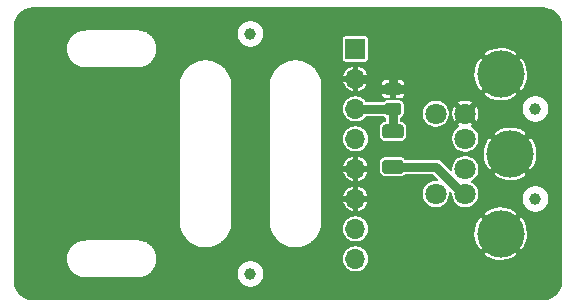
<source format=gbl>
G04 #@! TF.GenerationSoftware,KiCad,Pcbnew,(5.1.2-1)-1*
G04 #@! TF.CreationDate,2019-07-29T02:23:31-04:00*
G04 #@! TF.ProjectId,mouserial-mouse,6d6f7573-6572-4696-916c-2d6d6f757365,rev?*
G04 #@! TF.SameCoordinates,Original*
G04 #@! TF.FileFunction,Copper,L2,Bot*
G04 #@! TF.FilePolarity,Positive*
%FSLAX46Y46*%
G04 Gerber Fmt 4.6, Leading zero omitted, Abs format (unit mm)*
G04 Created by KiCad (PCBNEW (5.1.2-1)-1) date 2019-07-29 02:23:31*
%MOMM*%
%LPD*%
G04 APERTURE LIST*
%ADD10C,1.800000*%
%ADD11C,4.000000*%
%ADD12C,0.100000*%
%ADD13C,1.050000*%
%ADD14C,1.200000*%
%ADD15C,1.000000*%
%ADD16C,2.000000*%
%ADD17R,1.700000X1.700000*%
%ADD18O,1.700000X1.700000*%
%ADD19C,0.800000*%
%ADD20C,0.800000*%
%ADD21C,0.200000*%
G04 APERTURE END LIST*
D10*
X170581000Y-95280000D03*
X170581000Y-92680000D03*
X168081000Y-90580000D03*
X168081000Y-97380000D03*
X170581000Y-97380000D03*
X170581000Y-90580000D03*
D11*
X173581000Y-100730000D03*
X173581000Y-87230000D03*
X174381000Y-93980000D03*
D12*
G36*
X164928229Y-89646264D02*
G01*
X164953711Y-89650044D01*
X164978700Y-89656303D01*
X165002954Y-89664982D01*
X165026242Y-89675996D01*
X165048337Y-89689239D01*
X165069028Y-89704585D01*
X165088116Y-89721884D01*
X165105415Y-89740972D01*
X165120761Y-89761663D01*
X165134004Y-89783758D01*
X165145018Y-89807046D01*
X165153697Y-89831300D01*
X165159956Y-89856289D01*
X165163736Y-89881771D01*
X165165000Y-89907500D01*
X165165000Y-90432500D01*
X165163736Y-90458229D01*
X165159956Y-90483711D01*
X165153697Y-90508700D01*
X165145018Y-90532954D01*
X165134004Y-90556242D01*
X165120761Y-90578337D01*
X165105415Y-90599028D01*
X165088116Y-90618116D01*
X165069028Y-90635415D01*
X165048337Y-90650761D01*
X165026242Y-90664004D01*
X165002954Y-90675018D01*
X164978700Y-90683697D01*
X164953711Y-90689956D01*
X164928229Y-90693736D01*
X164902500Y-90695000D01*
X164027500Y-90695000D01*
X164001771Y-90693736D01*
X163976289Y-90689956D01*
X163951300Y-90683697D01*
X163927046Y-90675018D01*
X163903758Y-90664004D01*
X163881663Y-90650761D01*
X163860972Y-90635415D01*
X163841884Y-90618116D01*
X163824585Y-90599028D01*
X163809239Y-90578337D01*
X163795996Y-90556242D01*
X163784982Y-90532954D01*
X163776303Y-90508700D01*
X163770044Y-90483711D01*
X163766264Y-90458229D01*
X163765000Y-90432500D01*
X163765000Y-89907500D01*
X163766264Y-89881771D01*
X163770044Y-89856289D01*
X163776303Y-89831300D01*
X163784982Y-89807046D01*
X163795996Y-89783758D01*
X163809239Y-89761663D01*
X163824585Y-89740972D01*
X163841884Y-89721884D01*
X163860972Y-89704585D01*
X163881663Y-89689239D01*
X163903758Y-89675996D01*
X163927046Y-89664982D01*
X163951300Y-89656303D01*
X163976289Y-89650044D01*
X164001771Y-89646264D01*
X164027500Y-89645000D01*
X164902500Y-89645000D01*
X164928229Y-89646264D01*
X164928229Y-89646264D01*
G37*
D13*
X164465000Y-90170000D03*
D12*
G36*
X164928229Y-87946264D02*
G01*
X164953711Y-87950044D01*
X164978700Y-87956303D01*
X165002954Y-87964982D01*
X165026242Y-87975996D01*
X165048337Y-87989239D01*
X165069028Y-88004585D01*
X165088116Y-88021884D01*
X165105415Y-88040972D01*
X165120761Y-88061663D01*
X165134004Y-88083758D01*
X165145018Y-88107046D01*
X165153697Y-88131300D01*
X165159956Y-88156289D01*
X165163736Y-88181771D01*
X165165000Y-88207500D01*
X165165000Y-88732500D01*
X165163736Y-88758229D01*
X165159956Y-88783711D01*
X165153697Y-88808700D01*
X165145018Y-88832954D01*
X165134004Y-88856242D01*
X165120761Y-88878337D01*
X165105415Y-88899028D01*
X165088116Y-88918116D01*
X165069028Y-88935415D01*
X165048337Y-88950761D01*
X165026242Y-88964004D01*
X165002954Y-88975018D01*
X164978700Y-88983697D01*
X164953711Y-88989956D01*
X164928229Y-88993736D01*
X164902500Y-88995000D01*
X164027500Y-88995000D01*
X164001771Y-88993736D01*
X163976289Y-88989956D01*
X163951300Y-88983697D01*
X163927046Y-88975018D01*
X163903758Y-88964004D01*
X163881663Y-88950761D01*
X163860972Y-88935415D01*
X163841884Y-88918116D01*
X163824585Y-88899028D01*
X163809239Y-88878337D01*
X163795996Y-88856242D01*
X163784982Y-88832954D01*
X163776303Y-88808700D01*
X163770044Y-88783711D01*
X163766264Y-88758229D01*
X163765000Y-88732500D01*
X163765000Y-88207500D01*
X163766264Y-88181771D01*
X163770044Y-88156289D01*
X163776303Y-88131300D01*
X163784982Y-88107046D01*
X163795996Y-88083758D01*
X163809239Y-88061663D01*
X163824585Y-88040972D01*
X163841884Y-88021884D01*
X163860972Y-88004585D01*
X163881663Y-87989239D01*
X163903758Y-87975996D01*
X163927046Y-87964982D01*
X163951300Y-87956303D01*
X163976289Y-87950044D01*
X164001771Y-87946264D01*
X164027500Y-87945000D01*
X164902500Y-87945000D01*
X164928229Y-87946264D01*
X164928229Y-87946264D01*
G37*
D13*
X164465000Y-88470000D03*
D12*
G36*
X165094405Y-91476445D02*
G01*
X165123527Y-91480764D01*
X165152085Y-91487918D01*
X165179805Y-91497836D01*
X165206419Y-91510424D01*
X165231671Y-91525559D01*
X165255318Y-91543097D01*
X165277132Y-91562868D01*
X165296903Y-91584682D01*
X165314441Y-91608329D01*
X165329576Y-91633581D01*
X165342164Y-91660195D01*
X165352082Y-91687915D01*
X165359236Y-91716473D01*
X165363555Y-91745595D01*
X165365000Y-91775000D01*
X165365000Y-92375000D01*
X165363555Y-92404405D01*
X165359236Y-92433527D01*
X165352082Y-92462085D01*
X165342164Y-92489805D01*
X165329576Y-92516419D01*
X165314441Y-92541671D01*
X165296903Y-92565318D01*
X165277132Y-92587132D01*
X165255318Y-92606903D01*
X165231671Y-92624441D01*
X165206419Y-92639576D01*
X165179805Y-92652164D01*
X165152085Y-92662082D01*
X165123527Y-92669236D01*
X165094405Y-92673555D01*
X165065000Y-92675000D01*
X163865000Y-92675000D01*
X163835595Y-92673555D01*
X163806473Y-92669236D01*
X163777915Y-92662082D01*
X163750195Y-92652164D01*
X163723581Y-92639576D01*
X163698329Y-92624441D01*
X163674682Y-92606903D01*
X163652868Y-92587132D01*
X163633097Y-92565318D01*
X163615559Y-92541671D01*
X163600424Y-92516419D01*
X163587836Y-92489805D01*
X163577918Y-92462085D01*
X163570764Y-92433527D01*
X163566445Y-92404405D01*
X163565000Y-92375000D01*
X163565000Y-91775000D01*
X163566445Y-91745595D01*
X163570764Y-91716473D01*
X163577918Y-91687915D01*
X163587836Y-91660195D01*
X163600424Y-91633581D01*
X163615559Y-91608329D01*
X163633097Y-91584682D01*
X163652868Y-91562868D01*
X163674682Y-91543097D01*
X163698329Y-91525559D01*
X163723581Y-91510424D01*
X163750195Y-91497836D01*
X163777915Y-91487918D01*
X163806473Y-91480764D01*
X163835595Y-91476445D01*
X163865000Y-91475000D01*
X165065000Y-91475000D01*
X165094405Y-91476445D01*
X165094405Y-91476445D01*
G37*
D14*
X164465000Y-92075000D03*
D12*
G36*
X165094405Y-94476445D02*
G01*
X165123527Y-94480764D01*
X165152085Y-94487918D01*
X165179805Y-94497836D01*
X165206419Y-94510424D01*
X165231671Y-94525559D01*
X165255318Y-94543097D01*
X165277132Y-94562868D01*
X165296903Y-94584682D01*
X165314441Y-94608329D01*
X165329576Y-94633581D01*
X165342164Y-94660195D01*
X165352082Y-94687915D01*
X165359236Y-94716473D01*
X165363555Y-94745595D01*
X165365000Y-94775000D01*
X165365000Y-95375000D01*
X165363555Y-95404405D01*
X165359236Y-95433527D01*
X165352082Y-95462085D01*
X165342164Y-95489805D01*
X165329576Y-95516419D01*
X165314441Y-95541671D01*
X165296903Y-95565318D01*
X165277132Y-95587132D01*
X165255318Y-95606903D01*
X165231671Y-95624441D01*
X165206419Y-95639576D01*
X165179805Y-95652164D01*
X165152085Y-95662082D01*
X165123527Y-95669236D01*
X165094405Y-95673555D01*
X165065000Y-95675000D01*
X163865000Y-95675000D01*
X163835595Y-95673555D01*
X163806473Y-95669236D01*
X163777915Y-95662082D01*
X163750195Y-95652164D01*
X163723581Y-95639576D01*
X163698329Y-95624441D01*
X163674682Y-95606903D01*
X163652868Y-95587132D01*
X163633097Y-95565318D01*
X163615559Y-95541671D01*
X163600424Y-95516419D01*
X163587836Y-95489805D01*
X163577918Y-95462085D01*
X163570764Y-95433527D01*
X163566445Y-95404405D01*
X163565000Y-95375000D01*
X163565000Y-94775000D01*
X163566445Y-94745595D01*
X163570764Y-94716473D01*
X163577918Y-94687915D01*
X163587836Y-94660195D01*
X163600424Y-94633581D01*
X163615559Y-94608329D01*
X163633097Y-94584682D01*
X163652868Y-94562868D01*
X163674682Y-94543097D01*
X163698329Y-94525559D01*
X163723581Y-94510424D01*
X163750195Y-94497836D01*
X163777915Y-94487918D01*
X163806473Y-94480764D01*
X163835595Y-94476445D01*
X163865000Y-94475000D01*
X165065000Y-94475000D01*
X165094405Y-94476445D01*
X165094405Y-94476445D01*
G37*
D14*
X164465000Y-95075000D03*
D15*
X152400000Y-83820000D03*
X152400000Y-104140000D03*
X176530000Y-97790000D03*
X176530000Y-90170000D03*
D16*
X133985000Y-83185000D03*
X133985000Y-104775000D03*
X177165000Y-104775000D03*
X177165000Y-83185000D03*
D17*
X161290000Y-85090000D03*
D18*
X161290000Y-87630000D03*
X161290000Y-90170000D03*
X161290000Y-92710000D03*
X161290000Y-95250000D03*
X161290000Y-97790000D03*
X161290000Y-100330000D03*
X161290000Y-102870000D03*
D19*
X165862000Y-88519000D03*
X164465000Y-87249000D03*
D20*
X164465000Y-95075000D02*
X168100000Y-95075000D01*
X170405000Y-97380000D02*
X170581000Y-97380000D01*
X168100000Y-95075000D02*
X170405000Y-97380000D01*
X165813000Y-88470000D02*
X165862000Y-88519000D01*
X164465000Y-88470000D02*
X165813000Y-88470000D01*
X164465000Y-88470000D02*
X164465000Y-87249000D01*
X164465000Y-88470000D02*
X163019000Y-88470000D01*
X161290000Y-87630000D02*
X162941000Y-87630000D01*
X163019000Y-87708000D02*
X163019000Y-88470000D01*
X162941000Y-87630000D02*
X163019000Y-87708000D01*
X164465000Y-90170000D02*
X161290000Y-90170000D01*
X164465000Y-92075000D02*
X164465000Y-90170000D01*
D21*
G36*
X177461826Y-81685902D02*
G01*
X177747355Y-81772109D01*
X178010695Y-81912129D01*
X178241824Y-82100633D01*
X178431938Y-82330443D01*
X178573793Y-82592800D01*
X178661988Y-82877711D01*
X178695001Y-83191805D01*
X178695000Y-104756663D01*
X178664098Y-105071826D01*
X178577892Y-105357354D01*
X178437872Y-105620694D01*
X178249368Y-105851822D01*
X178019560Y-106041937D01*
X177757202Y-106183793D01*
X177472289Y-106271988D01*
X177158206Y-106305000D01*
X134003337Y-106305000D01*
X133688174Y-106274098D01*
X133402646Y-106187892D01*
X133139306Y-106047872D01*
X132908178Y-105859368D01*
X132718063Y-105629560D01*
X132576207Y-105367202D01*
X132488012Y-105082289D01*
X132455000Y-104768206D01*
X132455000Y-102844879D01*
X136786574Y-102844879D01*
X136786812Y-102878937D01*
X136786575Y-102912852D01*
X136787085Y-102918063D01*
X136812993Y-103164567D01*
X136819834Y-103197891D01*
X136826197Y-103231248D01*
X136827710Y-103236260D01*
X136901005Y-103473036D01*
X136914187Y-103504396D01*
X136926908Y-103535880D01*
X136929364Y-103540500D01*
X136929366Y-103540505D01*
X136929369Y-103540509D01*
X137047253Y-103758533D01*
X137066271Y-103786728D01*
X137084871Y-103815152D01*
X137088180Y-103819210D01*
X137246173Y-104010189D01*
X137270274Y-104034122D01*
X137294070Y-104058421D01*
X137298104Y-104061759D01*
X137490182Y-104218414D01*
X137518491Y-104237222D01*
X137546536Y-104256425D01*
X137551142Y-104258916D01*
X137769989Y-104375278D01*
X137801420Y-104388233D01*
X137832651Y-104401619D01*
X137837653Y-104403168D01*
X138074934Y-104474808D01*
X138108296Y-104481414D01*
X138141521Y-104488476D01*
X138146728Y-104489023D01*
X138393406Y-104513210D01*
X138411581Y-104515000D01*
X142893419Y-104515000D01*
X142894725Y-104514871D01*
X142895354Y-104514867D01*
X142904037Y-104513954D01*
X142912853Y-104513086D01*
X142929326Y-104513086D01*
X142934533Y-104512539D01*
X143180849Y-104484910D01*
X143214095Y-104477843D01*
X143247434Y-104471242D01*
X143252436Y-104469694D01*
X143488694Y-104394749D01*
X143519964Y-104381346D01*
X143551358Y-104368407D01*
X143555964Y-104365917D01*
X143773166Y-104246509D01*
X143801221Y-104227299D01*
X143829519Y-104208498D01*
X143833554Y-104205160D01*
X144023426Y-104045838D01*
X144044543Y-104024273D01*
X151225000Y-104024273D01*
X151225000Y-104255727D01*
X151270155Y-104482735D01*
X151358729Y-104696571D01*
X151487318Y-104889019D01*
X151650981Y-105052682D01*
X151843429Y-105181271D01*
X152057265Y-105269845D01*
X152284273Y-105315000D01*
X152515727Y-105315000D01*
X152742735Y-105269845D01*
X152956571Y-105181271D01*
X153149019Y-105052682D01*
X153312682Y-104889019D01*
X153441271Y-104696571D01*
X153529845Y-104482735D01*
X153575000Y-104255727D01*
X153575000Y-104024273D01*
X153529845Y-103797265D01*
X153441271Y-103583429D01*
X153312682Y-103390981D01*
X153149019Y-103227318D01*
X152956571Y-103098729D01*
X152742735Y-103010155D01*
X152515727Y-102965000D01*
X152284273Y-102965000D01*
X152057265Y-103010155D01*
X151843429Y-103098729D01*
X151650981Y-103227318D01*
X151487318Y-103390981D01*
X151358729Y-103583429D01*
X151270155Y-103797265D01*
X151225000Y-104024273D01*
X144044543Y-104024273D01*
X144047214Y-104021546D01*
X144071321Y-103997607D01*
X144074631Y-103993549D01*
X144229942Y-103800382D01*
X144248560Y-103771931D01*
X144267559Y-103743763D01*
X144270018Y-103739140D01*
X144384850Y-103519485D01*
X144397589Y-103487954D01*
X144410752Y-103456642D01*
X144412265Y-103451629D01*
X144482248Y-103213853D01*
X144488631Y-103180390D01*
X144495450Y-103147172D01*
X144495962Y-103141961D01*
X144518426Y-102895121D01*
X144518251Y-102870000D01*
X160134436Y-102870000D01*
X160156640Y-103095439D01*
X160222398Y-103312215D01*
X160329184Y-103511997D01*
X160472893Y-103687107D01*
X160648003Y-103830816D01*
X160847785Y-103937602D01*
X161064561Y-104003360D01*
X161233508Y-104020000D01*
X161346492Y-104020000D01*
X161515439Y-104003360D01*
X161732215Y-103937602D01*
X161931997Y-103830816D01*
X162107107Y-103687107D01*
X162250816Y-103511997D01*
X162357602Y-103312215D01*
X162423360Y-103095439D01*
X162445564Y-102870000D01*
X162423360Y-102644561D01*
X162357602Y-102427785D01*
X162351475Y-102416322D01*
X172112466Y-102416322D01*
X172350160Y-102686106D01*
X172755428Y-102888645D01*
X173192422Y-103008229D01*
X173644349Y-103040261D01*
X174093841Y-102983512D01*
X174523626Y-102840161D01*
X174811840Y-102686106D01*
X175049534Y-102416322D01*
X173581000Y-100947789D01*
X172112466Y-102416322D01*
X162351475Y-102416322D01*
X162250816Y-102228003D01*
X162107107Y-102052893D01*
X161931997Y-101909184D01*
X161732215Y-101802398D01*
X161515439Y-101736640D01*
X161346492Y-101720000D01*
X161233508Y-101720000D01*
X161064561Y-101736640D01*
X160847785Y-101802398D01*
X160648003Y-101909184D01*
X160472893Y-102052893D01*
X160329184Y-102228003D01*
X160222398Y-102427785D01*
X160156640Y-102644561D01*
X160134436Y-102870000D01*
X144518251Y-102870000D01*
X144518188Y-102861063D01*
X144518425Y-102827148D01*
X144517915Y-102821937D01*
X144492007Y-102575434D01*
X144485166Y-102542109D01*
X144478803Y-102508753D01*
X144477290Y-102503740D01*
X144403995Y-102266964D01*
X144390813Y-102235604D01*
X144378092Y-102204120D01*
X144375634Y-102199496D01*
X144375634Y-102199495D01*
X144375631Y-102199491D01*
X144257746Y-101981466D01*
X144238725Y-101953266D01*
X144220129Y-101924848D01*
X144216820Y-101920790D01*
X144058827Y-101729810D01*
X144034664Y-101705815D01*
X144010930Y-101681579D01*
X144006896Y-101678241D01*
X143814818Y-101521586D01*
X143786494Y-101502767D01*
X143758464Y-101483575D01*
X143753858Y-101481084D01*
X143535010Y-101364721D01*
X143503561Y-101351759D01*
X143472349Y-101338381D01*
X143467347Y-101336832D01*
X143230066Y-101265192D01*
X143196704Y-101258586D01*
X143163479Y-101251524D01*
X143158272Y-101250977D01*
X142911594Y-101226790D01*
X142893419Y-101225000D01*
X138411581Y-101225000D01*
X138410275Y-101225129D01*
X138409646Y-101225133D01*
X138400961Y-101226046D01*
X138392147Y-101226914D01*
X138375675Y-101226914D01*
X138370467Y-101227461D01*
X138124151Y-101255090D01*
X138090905Y-101262157D01*
X138057566Y-101268758D01*
X138052564Y-101270306D01*
X137816306Y-101345251D01*
X137785064Y-101358641D01*
X137753642Y-101371593D01*
X137749036Y-101374083D01*
X137531834Y-101493491D01*
X137503779Y-101512701D01*
X137475481Y-101531502D01*
X137471447Y-101534839D01*
X137281574Y-101694162D01*
X137257786Y-101718454D01*
X137233679Y-101742393D01*
X137230369Y-101746451D01*
X137075058Y-101939618D01*
X137056430Y-101968084D01*
X137037441Y-101996237D01*
X137034982Y-102000860D01*
X136920150Y-102220515D01*
X136907411Y-102252046D01*
X136894248Y-102283358D01*
X136892735Y-102288371D01*
X136822753Y-102526147D01*
X136816383Y-102559541D01*
X136809550Y-102592828D01*
X136809038Y-102598039D01*
X136786574Y-102844879D01*
X132455000Y-102844879D01*
X132455000Y-99713418D01*
X146310000Y-99713418D01*
X146310129Y-99714724D01*
X146310195Y-99724221D01*
X146311976Y-99741164D01*
X146311976Y-99758191D01*
X146312523Y-99763399D01*
X146353966Y-100132873D01*
X146361041Y-100166156D01*
X146367635Y-100199458D01*
X146369182Y-100204461D01*
X146481600Y-100558847D01*
X146495003Y-100590117D01*
X146507942Y-100621511D01*
X146510432Y-100626117D01*
X146689544Y-100951920D01*
X146708766Y-100979992D01*
X146727555Y-101008272D01*
X146730892Y-101012307D01*
X146969874Y-101297115D01*
X146994166Y-101320904D01*
X147018107Y-101345012D01*
X147022164Y-101348322D01*
X147311915Y-101581287D01*
X147340356Y-101599898D01*
X147368533Y-101618904D01*
X147373156Y-101621362D01*
X147702638Y-101793611D01*
X147734145Y-101806340D01*
X147765484Y-101819514D01*
X147770496Y-101821028D01*
X148127161Y-101926000D01*
X148160595Y-101932378D01*
X148193840Y-101939202D01*
X148199051Y-101939714D01*
X148569311Y-101973411D01*
X148603370Y-101973173D01*
X148637286Y-101973410D01*
X148642497Y-101972900D01*
X149012252Y-101934037D01*
X149045603Y-101927191D01*
X149078931Y-101920833D01*
X149083944Y-101919320D01*
X149439108Y-101809378D01*
X149470456Y-101796200D01*
X149501952Y-101783475D01*
X149506576Y-101781017D01*
X149833620Y-101604186D01*
X149861832Y-101585157D01*
X149890238Y-101566568D01*
X149894296Y-101563259D01*
X150180766Y-101326271D01*
X150204725Y-101302143D01*
X150228998Y-101278374D01*
X150232336Y-101274339D01*
X150467319Y-100986222D01*
X150486142Y-100957890D01*
X150505330Y-100929868D01*
X150507820Y-100925263D01*
X150682366Y-100596990D01*
X150695334Y-100565527D01*
X150708706Y-100534328D01*
X150710255Y-100529326D01*
X150817715Y-100173404D01*
X150824322Y-100140035D01*
X150831383Y-100106817D01*
X150831930Y-100101609D01*
X150868210Y-99731594D01*
X150870000Y-99713419D01*
X150870000Y-99713418D01*
X153930000Y-99713418D01*
X153930129Y-99714724D01*
X153930195Y-99724221D01*
X153931976Y-99741164D01*
X153931976Y-99758191D01*
X153932523Y-99763399D01*
X153973966Y-100132873D01*
X153981041Y-100166156D01*
X153987635Y-100199458D01*
X153989182Y-100204461D01*
X154101600Y-100558847D01*
X154115003Y-100590117D01*
X154127942Y-100621511D01*
X154130432Y-100626117D01*
X154309544Y-100951920D01*
X154328766Y-100979992D01*
X154347555Y-101008272D01*
X154350892Y-101012307D01*
X154589874Y-101297115D01*
X154614166Y-101320904D01*
X154638107Y-101345012D01*
X154642164Y-101348322D01*
X154931915Y-101581287D01*
X154960356Y-101599898D01*
X154988533Y-101618904D01*
X154993156Y-101621362D01*
X155322638Y-101793611D01*
X155354145Y-101806340D01*
X155385484Y-101819514D01*
X155390496Y-101821028D01*
X155747161Y-101926000D01*
X155780595Y-101932378D01*
X155813840Y-101939202D01*
X155819051Y-101939714D01*
X156189311Y-101973411D01*
X156223370Y-101973173D01*
X156257286Y-101973410D01*
X156262497Y-101972900D01*
X156632252Y-101934037D01*
X156665603Y-101927191D01*
X156698931Y-101920833D01*
X156703944Y-101919320D01*
X157059108Y-101809378D01*
X157090456Y-101796200D01*
X157121952Y-101783475D01*
X157126576Y-101781017D01*
X157453620Y-101604186D01*
X157481832Y-101585157D01*
X157510238Y-101566568D01*
X157514296Y-101563259D01*
X157800766Y-101326271D01*
X157824725Y-101302143D01*
X157848998Y-101278374D01*
X157852336Y-101274339D01*
X158087319Y-100986222D01*
X158106142Y-100957890D01*
X158125330Y-100929868D01*
X158127820Y-100925263D01*
X158302366Y-100596990D01*
X158315334Y-100565527D01*
X158328706Y-100534328D01*
X158330255Y-100529326D01*
X158390435Y-100330000D01*
X160134436Y-100330000D01*
X160156640Y-100555439D01*
X160222398Y-100772215D01*
X160329184Y-100971997D01*
X160472893Y-101147107D01*
X160648003Y-101290816D01*
X160847785Y-101397602D01*
X161064561Y-101463360D01*
X161233508Y-101480000D01*
X161346492Y-101480000D01*
X161515439Y-101463360D01*
X161732215Y-101397602D01*
X161931997Y-101290816D01*
X162107107Y-101147107D01*
X162250816Y-100971997D01*
X162346305Y-100793349D01*
X171270739Y-100793349D01*
X171327488Y-101242841D01*
X171470839Y-101672626D01*
X171624894Y-101960840D01*
X171894678Y-102198534D01*
X173363211Y-100730000D01*
X173798789Y-100730000D01*
X175267322Y-102198534D01*
X175537106Y-101960840D01*
X175739645Y-101555572D01*
X175859229Y-101118578D01*
X175891261Y-100666651D01*
X175834512Y-100217159D01*
X175691161Y-99787374D01*
X175537106Y-99499160D01*
X175267322Y-99261466D01*
X173798789Y-100730000D01*
X173363211Y-100730000D01*
X171894678Y-99261466D01*
X171624894Y-99499160D01*
X171422355Y-99904428D01*
X171302771Y-100341422D01*
X171270739Y-100793349D01*
X162346305Y-100793349D01*
X162357602Y-100772215D01*
X162423360Y-100555439D01*
X162445564Y-100330000D01*
X162423360Y-100104561D01*
X162357602Y-99887785D01*
X162250816Y-99688003D01*
X162107107Y-99512893D01*
X161931997Y-99369184D01*
X161732215Y-99262398D01*
X161515439Y-99196640D01*
X161346492Y-99180000D01*
X161233508Y-99180000D01*
X161064561Y-99196640D01*
X160847785Y-99262398D01*
X160648003Y-99369184D01*
X160472893Y-99512893D01*
X160329184Y-99688003D01*
X160222398Y-99887785D01*
X160156640Y-100104561D01*
X160134436Y-100330000D01*
X158390435Y-100330000D01*
X158437715Y-100173404D01*
X158444322Y-100140035D01*
X158451383Y-100106817D01*
X158451930Y-100101609D01*
X158488210Y-99731594D01*
X158490000Y-99713419D01*
X158490000Y-99043678D01*
X172112466Y-99043678D01*
X173581000Y-100512211D01*
X175049534Y-99043678D01*
X174811840Y-98773894D01*
X174406572Y-98571355D01*
X173969578Y-98451771D01*
X173517651Y-98419739D01*
X173068159Y-98476488D01*
X172638374Y-98619839D01*
X172350160Y-98773894D01*
X172112466Y-99043678D01*
X158490000Y-99043678D01*
X158490000Y-98120383D01*
X160188480Y-98120383D01*
X160190561Y-98127272D01*
X160277485Y-98335281D01*
X160403319Y-98522336D01*
X160563228Y-98681247D01*
X160751066Y-98805908D01*
X160959615Y-98891528D01*
X161136000Y-98854650D01*
X161136000Y-97944000D01*
X161444000Y-97944000D01*
X161444000Y-98854650D01*
X161620385Y-98891528D01*
X161828934Y-98805908D01*
X162016772Y-98681247D01*
X162176681Y-98522336D01*
X162302515Y-98335281D01*
X162389439Y-98127272D01*
X162391520Y-98120383D01*
X162353912Y-97944000D01*
X161444000Y-97944000D01*
X161136000Y-97944000D01*
X160226088Y-97944000D01*
X160188480Y-98120383D01*
X158490000Y-98120383D01*
X158490000Y-97459617D01*
X160188480Y-97459617D01*
X160226088Y-97636000D01*
X161136000Y-97636000D01*
X161136000Y-96725350D01*
X161444000Y-96725350D01*
X161444000Y-97636000D01*
X162353912Y-97636000D01*
X162391520Y-97459617D01*
X162389439Y-97452728D01*
X162302515Y-97244719D01*
X162176681Y-97057664D01*
X162016772Y-96898753D01*
X161828934Y-96774092D01*
X161620385Y-96688472D01*
X161444000Y-96725350D01*
X161136000Y-96725350D01*
X160959615Y-96688472D01*
X160751066Y-96774092D01*
X160563228Y-96898753D01*
X160403319Y-97057664D01*
X160277485Y-97244719D01*
X160190561Y-97452728D01*
X160188480Y-97459617D01*
X158490000Y-97459617D01*
X158490000Y-95580383D01*
X160188480Y-95580383D01*
X160190561Y-95587272D01*
X160277485Y-95795281D01*
X160403319Y-95982336D01*
X160563228Y-96141247D01*
X160751066Y-96265908D01*
X160959615Y-96351528D01*
X161136000Y-96314650D01*
X161136000Y-95404000D01*
X161444000Y-95404000D01*
X161444000Y-96314650D01*
X161620385Y-96351528D01*
X161828934Y-96265908D01*
X162016772Y-96141247D01*
X162176681Y-95982336D01*
X162302515Y-95795281D01*
X162389439Y-95587272D01*
X162391520Y-95580383D01*
X162353912Y-95404000D01*
X161444000Y-95404000D01*
X161136000Y-95404000D01*
X160226088Y-95404000D01*
X160188480Y-95580383D01*
X158490000Y-95580383D01*
X158490000Y-94919617D01*
X160188480Y-94919617D01*
X160226088Y-95096000D01*
X161136000Y-95096000D01*
X161136000Y-94185350D01*
X161444000Y-94185350D01*
X161444000Y-95096000D01*
X162353912Y-95096000D01*
X162391520Y-94919617D01*
X162389439Y-94912728D01*
X162331885Y-94775000D01*
X163263549Y-94775000D01*
X163263549Y-95375000D01*
X163275106Y-95492337D01*
X163309332Y-95605165D01*
X163364912Y-95709148D01*
X163439710Y-95800290D01*
X163530852Y-95875088D01*
X163634835Y-95930668D01*
X163747663Y-95964894D01*
X163865000Y-95976451D01*
X165065000Y-95976451D01*
X165182337Y-95964894D01*
X165295165Y-95930668D01*
X165399148Y-95875088D01*
X165490290Y-95800290D01*
X165511045Y-95775000D01*
X167810051Y-95775000D01*
X168218989Y-96183938D01*
X168199190Y-96180000D01*
X167962810Y-96180000D01*
X167730973Y-96226116D01*
X167512587Y-96316574D01*
X167316045Y-96447899D01*
X167148899Y-96615045D01*
X167017574Y-96811587D01*
X166927116Y-97029973D01*
X166881000Y-97261810D01*
X166881000Y-97498190D01*
X166927116Y-97730027D01*
X167017574Y-97948413D01*
X167148899Y-98144955D01*
X167316045Y-98312101D01*
X167512587Y-98443426D01*
X167730973Y-98533884D01*
X167962810Y-98580000D01*
X168199190Y-98580000D01*
X168431027Y-98533884D01*
X168649413Y-98443426D01*
X168845955Y-98312101D01*
X169013101Y-98144955D01*
X169144426Y-97948413D01*
X169234884Y-97730027D01*
X169281000Y-97498190D01*
X169281000Y-97261810D01*
X169277062Y-97242011D01*
X169381000Y-97345949D01*
X169381000Y-97498190D01*
X169427116Y-97730027D01*
X169517574Y-97948413D01*
X169648899Y-98144955D01*
X169816045Y-98312101D01*
X170012587Y-98443426D01*
X170230973Y-98533884D01*
X170462810Y-98580000D01*
X170699190Y-98580000D01*
X170931027Y-98533884D01*
X171149413Y-98443426D01*
X171345955Y-98312101D01*
X171513101Y-98144955D01*
X171644426Y-97948413D01*
X171734884Y-97730027D01*
X171745974Y-97674273D01*
X175355000Y-97674273D01*
X175355000Y-97905727D01*
X175400155Y-98132735D01*
X175488729Y-98346571D01*
X175617318Y-98539019D01*
X175780981Y-98702682D01*
X175973429Y-98831271D01*
X176187265Y-98919845D01*
X176414273Y-98965000D01*
X176645727Y-98965000D01*
X176872735Y-98919845D01*
X177086571Y-98831271D01*
X177279019Y-98702682D01*
X177442682Y-98539019D01*
X177571271Y-98346571D01*
X177659845Y-98132735D01*
X177705000Y-97905727D01*
X177705000Y-97674273D01*
X177659845Y-97447265D01*
X177571271Y-97233429D01*
X177442682Y-97040981D01*
X177279019Y-96877318D01*
X177086571Y-96748729D01*
X176872735Y-96660155D01*
X176645727Y-96615000D01*
X176414273Y-96615000D01*
X176187265Y-96660155D01*
X175973429Y-96748729D01*
X175780981Y-96877318D01*
X175617318Y-97040981D01*
X175488729Y-97233429D01*
X175400155Y-97447265D01*
X175355000Y-97674273D01*
X171745974Y-97674273D01*
X171781000Y-97498190D01*
X171781000Y-97261810D01*
X171734884Y-97029973D01*
X171644426Y-96811587D01*
X171513101Y-96615045D01*
X171345955Y-96447899D01*
X171169506Y-96330000D01*
X171345955Y-96212101D01*
X171513101Y-96044955D01*
X171644426Y-95848413D01*
X171719850Y-95666322D01*
X172912466Y-95666322D01*
X173150160Y-95936106D01*
X173555428Y-96138645D01*
X173992422Y-96258229D01*
X174444349Y-96290261D01*
X174893841Y-96233512D01*
X175323626Y-96090161D01*
X175611840Y-95936106D01*
X175849534Y-95666322D01*
X174381000Y-94197789D01*
X172912466Y-95666322D01*
X171719850Y-95666322D01*
X171734884Y-95630027D01*
X171781000Y-95398190D01*
X171781000Y-95161810D01*
X171734884Y-94929973D01*
X171644426Y-94711587D01*
X171513101Y-94515045D01*
X171345955Y-94347899D01*
X171149413Y-94216574D01*
X170931027Y-94126116D01*
X170699190Y-94080000D01*
X170462810Y-94080000D01*
X170230973Y-94126116D01*
X170012587Y-94216574D01*
X169816045Y-94347899D01*
X169648899Y-94515045D01*
X169517574Y-94711587D01*
X169427116Y-94929973D01*
X169381000Y-95161810D01*
X169381000Y-95366051D01*
X168619296Y-94604347D01*
X168597370Y-94577630D01*
X168490781Y-94490155D01*
X168369175Y-94425155D01*
X168237224Y-94385128D01*
X168134390Y-94375000D01*
X168134387Y-94375000D01*
X168100000Y-94371613D01*
X168065613Y-94375000D01*
X165511045Y-94375000D01*
X165490290Y-94349710D01*
X165399148Y-94274912D01*
X165295165Y-94219332D01*
X165182337Y-94185106D01*
X165065000Y-94173549D01*
X163865000Y-94173549D01*
X163747663Y-94185106D01*
X163634835Y-94219332D01*
X163530852Y-94274912D01*
X163439710Y-94349710D01*
X163364912Y-94440852D01*
X163309332Y-94544835D01*
X163275106Y-94657663D01*
X163263549Y-94775000D01*
X162331885Y-94775000D01*
X162302515Y-94704719D01*
X162176681Y-94517664D01*
X162016772Y-94358753D01*
X161828934Y-94234092D01*
X161620385Y-94148472D01*
X161444000Y-94185350D01*
X161136000Y-94185350D01*
X160959615Y-94148472D01*
X160751066Y-94234092D01*
X160563228Y-94358753D01*
X160403319Y-94517664D01*
X160277485Y-94704719D01*
X160190561Y-94912728D01*
X160188480Y-94919617D01*
X158490000Y-94919617D01*
X158490000Y-94043349D01*
X172070739Y-94043349D01*
X172127488Y-94492841D01*
X172270839Y-94922626D01*
X172424894Y-95210840D01*
X172694678Y-95448534D01*
X174163211Y-93980000D01*
X174598789Y-93980000D01*
X176067322Y-95448534D01*
X176337106Y-95210840D01*
X176539645Y-94805572D01*
X176659229Y-94368578D01*
X176691261Y-93916651D01*
X176634512Y-93467159D01*
X176491161Y-93037374D01*
X176337106Y-92749160D01*
X176067322Y-92511466D01*
X174598789Y-93980000D01*
X174163211Y-93980000D01*
X172694678Y-92511466D01*
X172424894Y-92749160D01*
X172222355Y-93154428D01*
X172102771Y-93591422D01*
X172070739Y-94043349D01*
X158490000Y-94043349D01*
X158490000Y-92710000D01*
X160134436Y-92710000D01*
X160156640Y-92935439D01*
X160222398Y-93152215D01*
X160329184Y-93351997D01*
X160472893Y-93527107D01*
X160648003Y-93670816D01*
X160847785Y-93777602D01*
X161064561Y-93843360D01*
X161233508Y-93860000D01*
X161346492Y-93860000D01*
X161515439Y-93843360D01*
X161732215Y-93777602D01*
X161931997Y-93670816D01*
X162107107Y-93527107D01*
X162250816Y-93351997D01*
X162357602Y-93152215D01*
X162423360Y-92935439D01*
X162445564Y-92710000D01*
X162423360Y-92484561D01*
X162357602Y-92267785D01*
X162250816Y-92068003D01*
X162107107Y-91892893D01*
X161931997Y-91749184D01*
X161732215Y-91642398D01*
X161515439Y-91576640D01*
X161346492Y-91560000D01*
X161233508Y-91560000D01*
X161064561Y-91576640D01*
X160847785Y-91642398D01*
X160648003Y-91749184D01*
X160472893Y-91892893D01*
X160329184Y-92068003D01*
X160222398Y-92267785D01*
X160156640Y-92484561D01*
X160134436Y-92710000D01*
X158490000Y-92710000D01*
X158490000Y-90170000D01*
X160134436Y-90170000D01*
X160156640Y-90395439D01*
X160222398Y-90612215D01*
X160329184Y-90811997D01*
X160472893Y-90987107D01*
X160648003Y-91130816D01*
X160847785Y-91237602D01*
X161064561Y-91303360D01*
X161233508Y-91320000D01*
X161346492Y-91320000D01*
X161515439Y-91303360D01*
X161732215Y-91237602D01*
X161931997Y-91130816D01*
X162107107Y-90987107D01*
X162203214Y-90870000D01*
X163675915Y-90870000D01*
X163714186Y-90901408D01*
X163765001Y-90928569D01*
X163765000Y-91183398D01*
X163747663Y-91185106D01*
X163634835Y-91219332D01*
X163530852Y-91274912D01*
X163439710Y-91349710D01*
X163364912Y-91440852D01*
X163309332Y-91544835D01*
X163275106Y-91657663D01*
X163263549Y-91775000D01*
X163263549Y-92375000D01*
X163275106Y-92492337D01*
X163309332Y-92605165D01*
X163364912Y-92709148D01*
X163439710Y-92800290D01*
X163530852Y-92875088D01*
X163634835Y-92930668D01*
X163747663Y-92964894D01*
X163865000Y-92976451D01*
X165065000Y-92976451D01*
X165182337Y-92964894D01*
X165295165Y-92930668D01*
X165399148Y-92875088D01*
X165490290Y-92800290D01*
X165565088Y-92709148D01*
X165620668Y-92605165D01*
X165633819Y-92561810D01*
X169381000Y-92561810D01*
X169381000Y-92798190D01*
X169427116Y-93030027D01*
X169517574Y-93248413D01*
X169648899Y-93444955D01*
X169816045Y-93612101D01*
X170012587Y-93743426D01*
X170230973Y-93833884D01*
X170462810Y-93880000D01*
X170699190Y-93880000D01*
X170931027Y-93833884D01*
X171149413Y-93743426D01*
X171345955Y-93612101D01*
X171513101Y-93444955D01*
X171644426Y-93248413D01*
X171734884Y-93030027D01*
X171781000Y-92798190D01*
X171781000Y-92561810D01*
X171734884Y-92329973D01*
X171719851Y-92293678D01*
X172912466Y-92293678D01*
X174381000Y-93762211D01*
X175849534Y-92293678D01*
X175611840Y-92023894D01*
X175206572Y-91821355D01*
X174769578Y-91701771D01*
X174317651Y-91669739D01*
X173868159Y-91726488D01*
X173438374Y-91869839D01*
X173150160Y-92023894D01*
X172912466Y-92293678D01*
X171719851Y-92293678D01*
X171644426Y-92111587D01*
X171513101Y-91915045D01*
X171345955Y-91747899D01*
X171166210Y-91627797D01*
X171264257Y-91481046D01*
X170581000Y-90797789D01*
X169897743Y-91481046D01*
X169995790Y-91627797D01*
X169816045Y-91747899D01*
X169648899Y-91915045D01*
X169517574Y-92111587D01*
X169427116Y-92329973D01*
X169381000Y-92561810D01*
X165633819Y-92561810D01*
X165654894Y-92492337D01*
X165666451Y-92375000D01*
X165666451Y-91775000D01*
X165654894Y-91657663D01*
X165620668Y-91544835D01*
X165565088Y-91440852D01*
X165490290Y-91349710D01*
X165399148Y-91274912D01*
X165295165Y-91219332D01*
X165182337Y-91185106D01*
X165165000Y-91183398D01*
X165165000Y-90928569D01*
X165215814Y-90901408D01*
X165301274Y-90831274D01*
X165371408Y-90745814D01*
X165423523Y-90648315D01*
X165455615Y-90542521D01*
X165463564Y-90461810D01*
X166881000Y-90461810D01*
X166881000Y-90698190D01*
X166927116Y-90930027D01*
X167017574Y-91148413D01*
X167148899Y-91344955D01*
X167316045Y-91512101D01*
X167512587Y-91643426D01*
X167730973Y-91733884D01*
X167962810Y-91780000D01*
X168199190Y-91780000D01*
X168431027Y-91733884D01*
X168649413Y-91643426D01*
X168845955Y-91512101D01*
X169013101Y-91344955D01*
X169144426Y-91148413D01*
X169234884Y-90930027D01*
X169281000Y-90698190D01*
X169281000Y-90686929D01*
X169379944Y-90686929D01*
X169423883Y-90919189D01*
X169512289Y-91138414D01*
X169522953Y-91158362D01*
X169679954Y-91263257D01*
X170363211Y-90580000D01*
X170798789Y-90580000D01*
X171482046Y-91263257D01*
X171639047Y-91158362D01*
X171731550Y-90940834D01*
X171779838Y-90709439D01*
X171782056Y-90473071D01*
X171738117Y-90240811D01*
X171662893Y-90054273D01*
X175355000Y-90054273D01*
X175355000Y-90285727D01*
X175400155Y-90512735D01*
X175488729Y-90726571D01*
X175617318Y-90919019D01*
X175780981Y-91082682D01*
X175973429Y-91211271D01*
X176187265Y-91299845D01*
X176414273Y-91345000D01*
X176645727Y-91345000D01*
X176872735Y-91299845D01*
X177086571Y-91211271D01*
X177279019Y-91082682D01*
X177442682Y-90919019D01*
X177571271Y-90726571D01*
X177659845Y-90512735D01*
X177705000Y-90285727D01*
X177705000Y-90054273D01*
X177659845Y-89827265D01*
X177571271Y-89613429D01*
X177442682Y-89420981D01*
X177279019Y-89257318D01*
X177086571Y-89128729D01*
X176872735Y-89040155D01*
X176645727Y-88995000D01*
X176414273Y-88995000D01*
X176187265Y-89040155D01*
X175973429Y-89128729D01*
X175780981Y-89257318D01*
X175617318Y-89420981D01*
X175488729Y-89613429D01*
X175400155Y-89827265D01*
X175355000Y-90054273D01*
X171662893Y-90054273D01*
X171649711Y-90021586D01*
X171639047Y-90001638D01*
X171482046Y-89896743D01*
X170798789Y-90580000D01*
X170363211Y-90580000D01*
X169679954Y-89896743D01*
X169522953Y-90001638D01*
X169430450Y-90219166D01*
X169382162Y-90450561D01*
X169379944Y-90686929D01*
X169281000Y-90686929D01*
X169281000Y-90461810D01*
X169234884Y-90229973D01*
X169144426Y-90011587D01*
X169013101Y-89815045D01*
X168877010Y-89678954D01*
X169897743Y-89678954D01*
X170581000Y-90362211D01*
X171264257Y-89678954D01*
X171159362Y-89521953D01*
X170941834Y-89429450D01*
X170710439Y-89381162D01*
X170474071Y-89378944D01*
X170241811Y-89422883D01*
X170022586Y-89511289D01*
X170002638Y-89521953D01*
X169897743Y-89678954D01*
X168877010Y-89678954D01*
X168845955Y-89647899D01*
X168649413Y-89516574D01*
X168431027Y-89426116D01*
X168199190Y-89380000D01*
X167962810Y-89380000D01*
X167730973Y-89426116D01*
X167512587Y-89516574D01*
X167316045Y-89647899D01*
X167148899Y-89815045D01*
X167017574Y-90011587D01*
X166927116Y-90229973D01*
X166881000Y-90461810D01*
X165463564Y-90461810D01*
X165466451Y-90432500D01*
X165466451Y-89907500D01*
X165455615Y-89797479D01*
X165423523Y-89691685D01*
X165371408Y-89594186D01*
X165301274Y-89508726D01*
X165215814Y-89438592D01*
X165118315Y-89386477D01*
X165012521Y-89354385D01*
X164902500Y-89343549D01*
X164027500Y-89343549D01*
X163917479Y-89354385D01*
X163811685Y-89386477D01*
X163714186Y-89438592D01*
X163675915Y-89470000D01*
X162203214Y-89470000D01*
X162107107Y-89352893D01*
X161931997Y-89209184D01*
X161732215Y-89102398D01*
X161515439Y-89036640D01*
X161346492Y-89020000D01*
X161233508Y-89020000D01*
X161064561Y-89036640D01*
X160847785Y-89102398D01*
X160648003Y-89209184D01*
X160472893Y-89352893D01*
X160329184Y-89528003D01*
X160222398Y-89727785D01*
X160156640Y-89944561D01*
X160134436Y-90170000D01*
X158490000Y-90170000D01*
X158490000Y-88995000D01*
X163463548Y-88995000D01*
X163469340Y-89053810D01*
X163486495Y-89110361D01*
X163514352Y-89162478D01*
X163551841Y-89208159D01*
X163597522Y-89245648D01*
X163649639Y-89273505D01*
X163706190Y-89290660D01*
X163765000Y-89296452D01*
X164236000Y-89295000D01*
X164311000Y-89220000D01*
X164311000Y-88624000D01*
X164619000Y-88624000D01*
X164619000Y-89220000D01*
X164694000Y-89295000D01*
X165165000Y-89296452D01*
X165223810Y-89290660D01*
X165280361Y-89273505D01*
X165332478Y-89245648D01*
X165378159Y-89208159D01*
X165415648Y-89162478D01*
X165443505Y-89110361D01*
X165460660Y-89053810D01*
X165466452Y-88995000D01*
X165466067Y-88916322D01*
X172112466Y-88916322D01*
X172350160Y-89186106D01*
X172755428Y-89388645D01*
X173192422Y-89508229D01*
X173644349Y-89540261D01*
X174093841Y-89483512D01*
X174523626Y-89340161D01*
X174811840Y-89186106D01*
X175049534Y-88916322D01*
X173581000Y-87447789D01*
X172112466Y-88916322D01*
X165466067Y-88916322D01*
X165465000Y-88699000D01*
X165390000Y-88624000D01*
X164619000Y-88624000D01*
X164311000Y-88624000D01*
X163540000Y-88624000D01*
X163465000Y-88699000D01*
X163463548Y-88995000D01*
X158490000Y-88995000D01*
X158490000Y-88246581D01*
X158489871Y-88245275D01*
X158489805Y-88235780D01*
X158488024Y-88218837D01*
X158488024Y-88201809D01*
X158487477Y-88196601D01*
X158460982Y-87960383D01*
X160188480Y-87960383D01*
X160190561Y-87967272D01*
X160277485Y-88175281D01*
X160403319Y-88362336D01*
X160563228Y-88521247D01*
X160751066Y-88645908D01*
X160959615Y-88731528D01*
X161136000Y-88694650D01*
X161136000Y-87784000D01*
X161444000Y-87784000D01*
X161444000Y-88694650D01*
X161620385Y-88731528D01*
X161828934Y-88645908D01*
X162016772Y-88521247D01*
X162176681Y-88362336D01*
X162302515Y-88175281D01*
X162389439Y-87967272D01*
X162391520Y-87960383D01*
X162388241Y-87945000D01*
X163463548Y-87945000D01*
X163465000Y-88241000D01*
X163540000Y-88316000D01*
X164311000Y-88316000D01*
X164311000Y-87720000D01*
X164619000Y-87720000D01*
X164619000Y-88316000D01*
X165390000Y-88316000D01*
X165465000Y-88241000D01*
X165466452Y-87945000D01*
X165460660Y-87886190D01*
X165443505Y-87829639D01*
X165415648Y-87777522D01*
X165378159Y-87731841D01*
X165332478Y-87694352D01*
X165280361Y-87666495D01*
X165223810Y-87649340D01*
X165165000Y-87643548D01*
X164694000Y-87645000D01*
X164619000Y-87720000D01*
X164311000Y-87720000D01*
X164236000Y-87645000D01*
X163765000Y-87643548D01*
X163706190Y-87649340D01*
X163649639Y-87666495D01*
X163597522Y-87694352D01*
X163551841Y-87731841D01*
X163514352Y-87777522D01*
X163486495Y-87829639D01*
X163469340Y-87886190D01*
X163463548Y-87945000D01*
X162388241Y-87945000D01*
X162353912Y-87784000D01*
X161444000Y-87784000D01*
X161136000Y-87784000D01*
X160226088Y-87784000D01*
X160188480Y-87960383D01*
X158460982Y-87960383D01*
X158446034Y-87827127D01*
X158438961Y-87793852D01*
X158432365Y-87760541D01*
X158430817Y-87755539D01*
X158318400Y-87401152D01*
X158304987Y-87369857D01*
X158292058Y-87338489D01*
X158289568Y-87333883D01*
X158270731Y-87299617D01*
X160188480Y-87299617D01*
X160226088Y-87476000D01*
X161136000Y-87476000D01*
X161136000Y-86565350D01*
X161444000Y-86565350D01*
X161444000Y-87476000D01*
X162353912Y-87476000D01*
X162391520Y-87299617D01*
X162389627Y-87293349D01*
X171270739Y-87293349D01*
X171327488Y-87742841D01*
X171470839Y-88172626D01*
X171624894Y-88460840D01*
X171894678Y-88698534D01*
X173363211Y-87230000D01*
X173798789Y-87230000D01*
X175267322Y-88698534D01*
X175537106Y-88460840D01*
X175739645Y-88055572D01*
X175859229Y-87618578D01*
X175891261Y-87166651D01*
X175834512Y-86717159D01*
X175691161Y-86287374D01*
X175537106Y-85999160D01*
X175267322Y-85761466D01*
X173798789Y-87230000D01*
X173363211Y-87230000D01*
X171894678Y-85761466D01*
X171624894Y-85999160D01*
X171422355Y-86404428D01*
X171302771Y-86841422D01*
X171270739Y-87293349D01*
X162389627Y-87293349D01*
X162389439Y-87292728D01*
X162302515Y-87084719D01*
X162176681Y-86897664D01*
X162016772Y-86738753D01*
X161828934Y-86614092D01*
X161620385Y-86528472D01*
X161444000Y-86565350D01*
X161136000Y-86565350D01*
X160959615Y-86528472D01*
X160751066Y-86614092D01*
X160563228Y-86738753D01*
X160403319Y-86897664D01*
X160277485Y-87084719D01*
X160190561Y-87292728D01*
X160188480Y-87299617D01*
X158270731Y-87299617D01*
X158110456Y-87008080D01*
X158091246Y-86980025D01*
X158072445Y-86951727D01*
X158069108Y-86947693D01*
X157830126Y-86662885D01*
X157805833Y-86639096D01*
X157781893Y-86614988D01*
X157777835Y-86611678D01*
X157488085Y-86378712D01*
X157459618Y-86360084D01*
X157431467Y-86341096D01*
X157426844Y-86338637D01*
X157097362Y-86166389D01*
X157065840Y-86153653D01*
X157034517Y-86140486D01*
X157029504Y-86138972D01*
X156672839Y-86034000D01*
X156639405Y-86027622D01*
X156606160Y-86020798D01*
X156600949Y-86020286D01*
X156230689Y-85986589D01*
X156196630Y-85986827D01*
X156162714Y-85986590D01*
X156157503Y-85987100D01*
X155787749Y-86025963D01*
X155754411Y-86032807D01*
X155721069Y-86039167D01*
X155716056Y-86040680D01*
X155360892Y-86150622D01*
X155329555Y-86163795D01*
X155298048Y-86176525D01*
X155293424Y-86178983D01*
X154966379Y-86355815D01*
X154938179Y-86374836D01*
X154909761Y-86393432D01*
X154905703Y-86396741D01*
X154619234Y-86633730D01*
X154595294Y-86657838D01*
X154571002Y-86681626D01*
X154567664Y-86685661D01*
X154332681Y-86973778D01*
X154313858Y-87002110D01*
X154294670Y-87030132D01*
X154292180Y-87034737D01*
X154117635Y-87363009D01*
X154104686Y-87394426D01*
X154091294Y-87425672D01*
X154089745Y-87430674D01*
X153982285Y-87786597D01*
X153975678Y-87819965D01*
X153968617Y-87853184D01*
X153968070Y-87858391D01*
X153931790Y-88228407D01*
X153931790Y-88228416D01*
X153930001Y-88246581D01*
X153930000Y-99713418D01*
X150870000Y-99713418D01*
X150870000Y-88246581D01*
X150869871Y-88245275D01*
X150869805Y-88235780D01*
X150868024Y-88218837D01*
X150868024Y-88201809D01*
X150867477Y-88196601D01*
X150826034Y-87827127D01*
X150818961Y-87793852D01*
X150812365Y-87760541D01*
X150810817Y-87755539D01*
X150698400Y-87401152D01*
X150684987Y-87369857D01*
X150672058Y-87338489D01*
X150669568Y-87333883D01*
X150490456Y-87008080D01*
X150471246Y-86980025D01*
X150452445Y-86951727D01*
X150449108Y-86947693D01*
X150210126Y-86662885D01*
X150185833Y-86639096D01*
X150161893Y-86614988D01*
X150157835Y-86611678D01*
X149868085Y-86378712D01*
X149839618Y-86360084D01*
X149811467Y-86341096D01*
X149806844Y-86338637D01*
X149477362Y-86166389D01*
X149445840Y-86153653D01*
X149414517Y-86140486D01*
X149409504Y-86138972D01*
X149052839Y-86034000D01*
X149019405Y-86027622D01*
X148986160Y-86020798D01*
X148980949Y-86020286D01*
X148610689Y-85986589D01*
X148576630Y-85986827D01*
X148542714Y-85986590D01*
X148537503Y-85987100D01*
X148167749Y-86025963D01*
X148134411Y-86032807D01*
X148101069Y-86039167D01*
X148096056Y-86040680D01*
X147740892Y-86150622D01*
X147709555Y-86163795D01*
X147678048Y-86176525D01*
X147673424Y-86178983D01*
X147346379Y-86355815D01*
X147318179Y-86374836D01*
X147289761Y-86393432D01*
X147285703Y-86396741D01*
X146999234Y-86633730D01*
X146975294Y-86657838D01*
X146951002Y-86681626D01*
X146947664Y-86685661D01*
X146712681Y-86973778D01*
X146693858Y-87002110D01*
X146674670Y-87030132D01*
X146672180Y-87034737D01*
X146497635Y-87363009D01*
X146484686Y-87394426D01*
X146471294Y-87425672D01*
X146469745Y-87430674D01*
X146362285Y-87786597D01*
X146355678Y-87819965D01*
X146348617Y-87853184D01*
X146348070Y-87858391D01*
X146311790Y-88228407D01*
X146311790Y-88228416D01*
X146310001Y-88246581D01*
X146310000Y-99713418D01*
X132455000Y-99713418D01*
X132455000Y-85064879D01*
X136786574Y-85064879D01*
X136786812Y-85098937D01*
X136786575Y-85132852D01*
X136787085Y-85138063D01*
X136812993Y-85384567D01*
X136819834Y-85417891D01*
X136826197Y-85451248D01*
X136827710Y-85456260D01*
X136901005Y-85693036D01*
X136914187Y-85724396D01*
X136926908Y-85755880D01*
X136929364Y-85760500D01*
X136929366Y-85760505D01*
X136929369Y-85760509D01*
X137047253Y-85978533D01*
X137066271Y-86006728D01*
X137084871Y-86035152D01*
X137088180Y-86039210D01*
X137246173Y-86230189D01*
X137270274Y-86254122D01*
X137294070Y-86278421D01*
X137298104Y-86281759D01*
X137490182Y-86438414D01*
X137518491Y-86457222D01*
X137546536Y-86476425D01*
X137551142Y-86478916D01*
X137769989Y-86595278D01*
X137801420Y-86608233D01*
X137832651Y-86621619D01*
X137837653Y-86623168D01*
X138074934Y-86694808D01*
X138108296Y-86701414D01*
X138141521Y-86708476D01*
X138146728Y-86709023D01*
X138393406Y-86733210D01*
X138411581Y-86735000D01*
X142893419Y-86735000D01*
X142894725Y-86734871D01*
X142895354Y-86734867D01*
X142904037Y-86733954D01*
X142912853Y-86733086D01*
X142929326Y-86733086D01*
X142934533Y-86732539D01*
X143180849Y-86704910D01*
X143214095Y-86697843D01*
X143247434Y-86691242D01*
X143252436Y-86689694D01*
X143488694Y-86614749D01*
X143519964Y-86601346D01*
X143551358Y-86588407D01*
X143555964Y-86585917D01*
X143773166Y-86466509D01*
X143801221Y-86447299D01*
X143829519Y-86428498D01*
X143833554Y-86425160D01*
X144023426Y-86265838D01*
X144047214Y-86241546D01*
X144071321Y-86217607D01*
X144074631Y-86213549D01*
X144229942Y-86020382D01*
X144248560Y-85991931D01*
X144267559Y-85963763D01*
X144270018Y-85959140D01*
X144384850Y-85739485D01*
X144397589Y-85707954D01*
X144410752Y-85676642D01*
X144412265Y-85671629D01*
X144482248Y-85433853D01*
X144488631Y-85400390D01*
X144495450Y-85367172D01*
X144495962Y-85361961D01*
X144518426Y-85115121D01*
X144518188Y-85081063D01*
X144518425Y-85047148D01*
X144517915Y-85041937D01*
X144492007Y-84795434D01*
X144485166Y-84762109D01*
X144478803Y-84728753D01*
X144477290Y-84723740D01*
X144403995Y-84486964D01*
X144390813Y-84455604D01*
X144378092Y-84424120D01*
X144375634Y-84419496D01*
X144375634Y-84419495D01*
X144375631Y-84419491D01*
X144257746Y-84201466D01*
X144238725Y-84173266D01*
X144220129Y-84144848D01*
X144216820Y-84140790D01*
X144058827Y-83949810D01*
X144034664Y-83925815D01*
X144010930Y-83901579D01*
X144006896Y-83898241D01*
X143814818Y-83741586D01*
X143786494Y-83722767D01*
X143759484Y-83704273D01*
X151225000Y-83704273D01*
X151225000Y-83935727D01*
X151270155Y-84162735D01*
X151358729Y-84376571D01*
X151487318Y-84569019D01*
X151650981Y-84732682D01*
X151843429Y-84861271D01*
X152057265Y-84949845D01*
X152284273Y-84995000D01*
X152515727Y-84995000D01*
X152742735Y-84949845D01*
X152956571Y-84861271D01*
X153149019Y-84732682D01*
X153312682Y-84569019D01*
X153441271Y-84376571D01*
X153497840Y-84240000D01*
X160138549Y-84240000D01*
X160138549Y-85940000D01*
X160144341Y-85998810D01*
X160161496Y-86055360D01*
X160189353Y-86107477D01*
X160226842Y-86153158D01*
X160272523Y-86190647D01*
X160324640Y-86218504D01*
X160381190Y-86235659D01*
X160440000Y-86241451D01*
X162140000Y-86241451D01*
X162198810Y-86235659D01*
X162255360Y-86218504D01*
X162307477Y-86190647D01*
X162353158Y-86153158D01*
X162390647Y-86107477D01*
X162418504Y-86055360D01*
X162435659Y-85998810D01*
X162441451Y-85940000D01*
X162441451Y-85543678D01*
X172112466Y-85543678D01*
X173581000Y-87012211D01*
X175049534Y-85543678D01*
X174811840Y-85273894D01*
X174406572Y-85071355D01*
X173969578Y-84951771D01*
X173517651Y-84919739D01*
X173068159Y-84976488D01*
X172638374Y-85119839D01*
X172350160Y-85273894D01*
X172112466Y-85543678D01*
X162441451Y-85543678D01*
X162441451Y-84240000D01*
X162435659Y-84181190D01*
X162418504Y-84124640D01*
X162390647Y-84072523D01*
X162353158Y-84026842D01*
X162307477Y-83989353D01*
X162255360Y-83961496D01*
X162198810Y-83944341D01*
X162140000Y-83938549D01*
X160440000Y-83938549D01*
X160381190Y-83944341D01*
X160324640Y-83961496D01*
X160272523Y-83989353D01*
X160226842Y-84026842D01*
X160189353Y-84072523D01*
X160161496Y-84124640D01*
X160144341Y-84181190D01*
X160138549Y-84240000D01*
X153497840Y-84240000D01*
X153529845Y-84162735D01*
X153575000Y-83935727D01*
X153575000Y-83704273D01*
X153529845Y-83477265D01*
X153441271Y-83263429D01*
X153312682Y-83070981D01*
X153149019Y-82907318D01*
X152956571Y-82778729D01*
X152742735Y-82690155D01*
X152515727Y-82645000D01*
X152284273Y-82645000D01*
X152057265Y-82690155D01*
X151843429Y-82778729D01*
X151650981Y-82907318D01*
X151487318Y-83070981D01*
X151358729Y-83263429D01*
X151270155Y-83477265D01*
X151225000Y-83704273D01*
X143759484Y-83704273D01*
X143758464Y-83703575D01*
X143753858Y-83701084D01*
X143535010Y-83584721D01*
X143503561Y-83571759D01*
X143472349Y-83558381D01*
X143467347Y-83556832D01*
X143230066Y-83485192D01*
X143196704Y-83478586D01*
X143163479Y-83471524D01*
X143158272Y-83470977D01*
X142911594Y-83446790D01*
X142893419Y-83445000D01*
X138411581Y-83445000D01*
X138410275Y-83445129D01*
X138409646Y-83445133D01*
X138400961Y-83446046D01*
X138392147Y-83446914D01*
X138375675Y-83446914D01*
X138370467Y-83447461D01*
X138124151Y-83475090D01*
X138090905Y-83482157D01*
X138057566Y-83488758D01*
X138052564Y-83490306D01*
X137816306Y-83565251D01*
X137785064Y-83578641D01*
X137753642Y-83591593D01*
X137749036Y-83594083D01*
X137531834Y-83713491D01*
X137503779Y-83732701D01*
X137475481Y-83751502D01*
X137471447Y-83754839D01*
X137281574Y-83914162D01*
X137257786Y-83938454D01*
X137233679Y-83962393D01*
X137230369Y-83966451D01*
X137075058Y-84159618D01*
X137056430Y-84188084D01*
X137037441Y-84216237D01*
X137034982Y-84220860D01*
X136920150Y-84440515D01*
X136907411Y-84472046D01*
X136894248Y-84503358D01*
X136892735Y-84508371D01*
X136822753Y-84746147D01*
X136816383Y-84779541D01*
X136809550Y-84812828D01*
X136809038Y-84818039D01*
X136786574Y-85064879D01*
X132455000Y-85064879D01*
X132455000Y-83203337D01*
X132485902Y-82888174D01*
X132572109Y-82602645D01*
X132712129Y-82339305D01*
X132900633Y-82108176D01*
X133130443Y-81918062D01*
X133392800Y-81776207D01*
X133677711Y-81688012D01*
X133991795Y-81655000D01*
X177146663Y-81655000D01*
X177461826Y-81685902D01*
X177461826Y-81685902D01*
G37*
X177461826Y-81685902D02*
X177747355Y-81772109D01*
X178010695Y-81912129D01*
X178241824Y-82100633D01*
X178431938Y-82330443D01*
X178573793Y-82592800D01*
X178661988Y-82877711D01*
X178695001Y-83191805D01*
X178695000Y-104756663D01*
X178664098Y-105071826D01*
X178577892Y-105357354D01*
X178437872Y-105620694D01*
X178249368Y-105851822D01*
X178019560Y-106041937D01*
X177757202Y-106183793D01*
X177472289Y-106271988D01*
X177158206Y-106305000D01*
X134003337Y-106305000D01*
X133688174Y-106274098D01*
X133402646Y-106187892D01*
X133139306Y-106047872D01*
X132908178Y-105859368D01*
X132718063Y-105629560D01*
X132576207Y-105367202D01*
X132488012Y-105082289D01*
X132455000Y-104768206D01*
X132455000Y-102844879D01*
X136786574Y-102844879D01*
X136786812Y-102878937D01*
X136786575Y-102912852D01*
X136787085Y-102918063D01*
X136812993Y-103164567D01*
X136819834Y-103197891D01*
X136826197Y-103231248D01*
X136827710Y-103236260D01*
X136901005Y-103473036D01*
X136914187Y-103504396D01*
X136926908Y-103535880D01*
X136929364Y-103540500D01*
X136929366Y-103540505D01*
X136929369Y-103540509D01*
X137047253Y-103758533D01*
X137066271Y-103786728D01*
X137084871Y-103815152D01*
X137088180Y-103819210D01*
X137246173Y-104010189D01*
X137270274Y-104034122D01*
X137294070Y-104058421D01*
X137298104Y-104061759D01*
X137490182Y-104218414D01*
X137518491Y-104237222D01*
X137546536Y-104256425D01*
X137551142Y-104258916D01*
X137769989Y-104375278D01*
X137801420Y-104388233D01*
X137832651Y-104401619D01*
X137837653Y-104403168D01*
X138074934Y-104474808D01*
X138108296Y-104481414D01*
X138141521Y-104488476D01*
X138146728Y-104489023D01*
X138393406Y-104513210D01*
X138411581Y-104515000D01*
X142893419Y-104515000D01*
X142894725Y-104514871D01*
X142895354Y-104514867D01*
X142904037Y-104513954D01*
X142912853Y-104513086D01*
X142929326Y-104513086D01*
X142934533Y-104512539D01*
X143180849Y-104484910D01*
X143214095Y-104477843D01*
X143247434Y-104471242D01*
X143252436Y-104469694D01*
X143488694Y-104394749D01*
X143519964Y-104381346D01*
X143551358Y-104368407D01*
X143555964Y-104365917D01*
X143773166Y-104246509D01*
X143801221Y-104227299D01*
X143829519Y-104208498D01*
X143833554Y-104205160D01*
X144023426Y-104045838D01*
X144044543Y-104024273D01*
X151225000Y-104024273D01*
X151225000Y-104255727D01*
X151270155Y-104482735D01*
X151358729Y-104696571D01*
X151487318Y-104889019D01*
X151650981Y-105052682D01*
X151843429Y-105181271D01*
X152057265Y-105269845D01*
X152284273Y-105315000D01*
X152515727Y-105315000D01*
X152742735Y-105269845D01*
X152956571Y-105181271D01*
X153149019Y-105052682D01*
X153312682Y-104889019D01*
X153441271Y-104696571D01*
X153529845Y-104482735D01*
X153575000Y-104255727D01*
X153575000Y-104024273D01*
X153529845Y-103797265D01*
X153441271Y-103583429D01*
X153312682Y-103390981D01*
X153149019Y-103227318D01*
X152956571Y-103098729D01*
X152742735Y-103010155D01*
X152515727Y-102965000D01*
X152284273Y-102965000D01*
X152057265Y-103010155D01*
X151843429Y-103098729D01*
X151650981Y-103227318D01*
X151487318Y-103390981D01*
X151358729Y-103583429D01*
X151270155Y-103797265D01*
X151225000Y-104024273D01*
X144044543Y-104024273D01*
X144047214Y-104021546D01*
X144071321Y-103997607D01*
X144074631Y-103993549D01*
X144229942Y-103800382D01*
X144248560Y-103771931D01*
X144267559Y-103743763D01*
X144270018Y-103739140D01*
X144384850Y-103519485D01*
X144397589Y-103487954D01*
X144410752Y-103456642D01*
X144412265Y-103451629D01*
X144482248Y-103213853D01*
X144488631Y-103180390D01*
X144495450Y-103147172D01*
X144495962Y-103141961D01*
X144518426Y-102895121D01*
X144518251Y-102870000D01*
X160134436Y-102870000D01*
X160156640Y-103095439D01*
X160222398Y-103312215D01*
X160329184Y-103511997D01*
X160472893Y-103687107D01*
X160648003Y-103830816D01*
X160847785Y-103937602D01*
X161064561Y-104003360D01*
X161233508Y-104020000D01*
X161346492Y-104020000D01*
X161515439Y-104003360D01*
X161732215Y-103937602D01*
X161931997Y-103830816D01*
X162107107Y-103687107D01*
X162250816Y-103511997D01*
X162357602Y-103312215D01*
X162423360Y-103095439D01*
X162445564Y-102870000D01*
X162423360Y-102644561D01*
X162357602Y-102427785D01*
X162351475Y-102416322D01*
X172112466Y-102416322D01*
X172350160Y-102686106D01*
X172755428Y-102888645D01*
X173192422Y-103008229D01*
X173644349Y-103040261D01*
X174093841Y-102983512D01*
X174523626Y-102840161D01*
X174811840Y-102686106D01*
X175049534Y-102416322D01*
X173581000Y-100947789D01*
X172112466Y-102416322D01*
X162351475Y-102416322D01*
X162250816Y-102228003D01*
X162107107Y-102052893D01*
X161931997Y-101909184D01*
X161732215Y-101802398D01*
X161515439Y-101736640D01*
X161346492Y-101720000D01*
X161233508Y-101720000D01*
X161064561Y-101736640D01*
X160847785Y-101802398D01*
X160648003Y-101909184D01*
X160472893Y-102052893D01*
X160329184Y-102228003D01*
X160222398Y-102427785D01*
X160156640Y-102644561D01*
X160134436Y-102870000D01*
X144518251Y-102870000D01*
X144518188Y-102861063D01*
X144518425Y-102827148D01*
X144517915Y-102821937D01*
X144492007Y-102575434D01*
X144485166Y-102542109D01*
X144478803Y-102508753D01*
X144477290Y-102503740D01*
X144403995Y-102266964D01*
X144390813Y-102235604D01*
X144378092Y-102204120D01*
X144375634Y-102199496D01*
X144375634Y-102199495D01*
X144375631Y-102199491D01*
X144257746Y-101981466D01*
X144238725Y-101953266D01*
X144220129Y-101924848D01*
X144216820Y-101920790D01*
X144058827Y-101729810D01*
X144034664Y-101705815D01*
X144010930Y-101681579D01*
X144006896Y-101678241D01*
X143814818Y-101521586D01*
X143786494Y-101502767D01*
X143758464Y-101483575D01*
X143753858Y-101481084D01*
X143535010Y-101364721D01*
X143503561Y-101351759D01*
X143472349Y-101338381D01*
X143467347Y-101336832D01*
X143230066Y-101265192D01*
X143196704Y-101258586D01*
X143163479Y-101251524D01*
X143158272Y-101250977D01*
X142911594Y-101226790D01*
X142893419Y-101225000D01*
X138411581Y-101225000D01*
X138410275Y-101225129D01*
X138409646Y-101225133D01*
X138400961Y-101226046D01*
X138392147Y-101226914D01*
X138375675Y-101226914D01*
X138370467Y-101227461D01*
X138124151Y-101255090D01*
X138090905Y-101262157D01*
X138057566Y-101268758D01*
X138052564Y-101270306D01*
X137816306Y-101345251D01*
X137785064Y-101358641D01*
X137753642Y-101371593D01*
X137749036Y-101374083D01*
X137531834Y-101493491D01*
X137503779Y-101512701D01*
X137475481Y-101531502D01*
X137471447Y-101534839D01*
X137281574Y-101694162D01*
X137257786Y-101718454D01*
X137233679Y-101742393D01*
X137230369Y-101746451D01*
X137075058Y-101939618D01*
X137056430Y-101968084D01*
X137037441Y-101996237D01*
X137034982Y-102000860D01*
X136920150Y-102220515D01*
X136907411Y-102252046D01*
X136894248Y-102283358D01*
X136892735Y-102288371D01*
X136822753Y-102526147D01*
X136816383Y-102559541D01*
X136809550Y-102592828D01*
X136809038Y-102598039D01*
X136786574Y-102844879D01*
X132455000Y-102844879D01*
X132455000Y-99713418D01*
X146310000Y-99713418D01*
X146310129Y-99714724D01*
X146310195Y-99724221D01*
X146311976Y-99741164D01*
X146311976Y-99758191D01*
X146312523Y-99763399D01*
X146353966Y-100132873D01*
X146361041Y-100166156D01*
X146367635Y-100199458D01*
X146369182Y-100204461D01*
X146481600Y-100558847D01*
X146495003Y-100590117D01*
X146507942Y-100621511D01*
X146510432Y-100626117D01*
X146689544Y-100951920D01*
X146708766Y-100979992D01*
X146727555Y-101008272D01*
X146730892Y-101012307D01*
X146969874Y-101297115D01*
X146994166Y-101320904D01*
X147018107Y-101345012D01*
X147022164Y-101348322D01*
X147311915Y-101581287D01*
X147340356Y-101599898D01*
X147368533Y-101618904D01*
X147373156Y-101621362D01*
X147702638Y-101793611D01*
X147734145Y-101806340D01*
X147765484Y-101819514D01*
X147770496Y-101821028D01*
X148127161Y-101926000D01*
X148160595Y-101932378D01*
X148193840Y-101939202D01*
X148199051Y-101939714D01*
X148569311Y-101973411D01*
X148603370Y-101973173D01*
X148637286Y-101973410D01*
X148642497Y-101972900D01*
X149012252Y-101934037D01*
X149045603Y-101927191D01*
X149078931Y-101920833D01*
X149083944Y-101919320D01*
X149439108Y-101809378D01*
X149470456Y-101796200D01*
X149501952Y-101783475D01*
X149506576Y-101781017D01*
X149833620Y-101604186D01*
X149861832Y-101585157D01*
X149890238Y-101566568D01*
X149894296Y-101563259D01*
X150180766Y-101326271D01*
X150204725Y-101302143D01*
X150228998Y-101278374D01*
X150232336Y-101274339D01*
X150467319Y-100986222D01*
X150486142Y-100957890D01*
X150505330Y-100929868D01*
X150507820Y-100925263D01*
X150682366Y-100596990D01*
X150695334Y-100565527D01*
X150708706Y-100534328D01*
X150710255Y-100529326D01*
X150817715Y-100173404D01*
X150824322Y-100140035D01*
X150831383Y-100106817D01*
X150831930Y-100101609D01*
X150868210Y-99731594D01*
X150870000Y-99713419D01*
X150870000Y-99713418D01*
X153930000Y-99713418D01*
X153930129Y-99714724D01*
X153930195Y-99724221D01*
X153931976Y-99741164D01*
X153931976Y-99758191D01*
X153932523Y-99763399D01*
X153973966Y-100132873D01*
X153981041Y-100166156D01*
X153987635Y-100199458D01*
X153989182Y-100204461D01*
X154101600Y-100558847D01*
X154115003Y-100590117D01*
X154127942Y-100621511D01*
X154130432Y-100626117D01*
X154309544Y-100951920D01*
X154328766Y-100979992D01*
X154347555Y-101008272D01*
X154350892Y-101012307D01*
X154589874Y-101297115D01*
X154614166Y-101320904D01*
X154638107Y-101345012D01*
X154642164Y-101348322D01*
X154931915Y-101581287D01*
X154960356Y-101599898D01*
X154988533Y-101618904D01*
X154993156Y-101621362D01*
X155322638Y-101793611D01*
X155354145Y-101806340D01*
X155385484Y-101819514D01*
X155390496Y-101821028D01*
X155747161Y-101926000D01*
X155780595Y-101932378D01*
X155813840Y-101939202D01*
X155819051Y-101939714D01*
X156189311Y-101973411D01*
X156223370Y-101973173D01*
X156257286Y-101973410D01*
X156262497Y-101972900D01*
X156632252Y-101934037D01*
X156665603Y-101927191D01*
X156698931Y-101920833D01*
X156703944Y-101919320D01*
X157059108Y-101809378D01*
X157090456Y-101796200D01*
X157121952Y-101783475D01*
X157126576Y-101781017D01*
X157453620Y-101604186D01*
X157481832Y-101585157D01*
X157510238Y-101566568D01*
X157514296Y-101563259D01*
X157800766Y-101326271D01*
X157824725Y-101302143D01*
X157848998Y-101278374D01*
X157852336Y-101274339D01*
X158087319Y-100986222D01*
X158106142Y-100957890D01*
X158125330Y-100929868D01*
X158127820Y-100925263D01*
X158302366Y-100596990D01*
X158315334Y-100565527D01*
X158328706Y-100534328D01*
X158330255Y-100529326D01*
X158390435Y-100330000D01*
X160134436Y-100330000D01*
X160156640Y-100555439D01*
X160222398Y-100772215D01*
X160329184Y-100971997D01*
X160472893Y-101147107D01*
X160648003Y-101290816D01*
X160847785Y-101397602D01*
X161064561Y-101463360D01*
X161233508Y-101480000D01*
X161346492Y-101480000D01*
X161515439Y-101463360D01*
X161732215Y-101397602D01*
X161931997Y-101290816D01*
X162107107Y-101147107D01*
X162250816Y-100971997D01*
X162346305Y-100793349D01*
X171270739Y-100793349D01*
X171327488Y-101242841D01*
X171470839Y-101672626D01*
X171624894Y-101960840D01*
X171894678Y-102198534D01*
X173363211Y-100730000D01*
X173798789Y-100730000D01*
X175267322Y-102198534D01*
X175537106Y-101960840D01*
X175739645Y-101555572D01*
X175859229Y-101118578D01*
X175891261Y-100666651D01*
X175834512Y-100217159D01*
X175691161Y-99787374D01*
X175537106Y-99499160D01*
X175267322Y-99261466D01*
X173798789Y-100730000D01*
X173363211Y-100730000D01*
X171894678Y-99261466D01*
X171624894Y-99499160D01*
X171422355Y-99904428D01*
X171302771Y-100341422D01*
X171270739Y-100793349D01*
X162346305Y-100793349D01*
X162357602Y-100772215D01*
X162423360Y-100555439D01*
X162445564Y-100330000D01*
X162423360Y-100104561D01*
X162357602Y-99887785D01*
X162250816Y-99688003D01*
X162107107Y-99512893D01*
X161931997Y-99369184D01*
X161732215Y-99262398D01*
X161515439Y-99196640D01*
X161346492Y-99180000D01*
X161233508Y-99180000D01*
X161064561Y-99196640D01*
X160847785Y-99262398D01*
X160648003Y-99369184D01*
X160472893Y-99512893D01*
X160329184Y-99688003D01*
X160222398Y-99887785D01*
X160156640Y-100104561D01*
X160134436Y-100330000D01*
X158390435Y-100330000D01*
X158437715Y-100173404D01*
X158444322Y-100140035D01*
X158451383Y-100106817D01*
X158451930Y-100101609D01*
X158488210Y-99731594D01*
X158490000Y-99713419D01*
X158490000Y-99043678D01*
X172112466Y-99043678D01*
X173581000Y-100512211D01*
X175049534Y-99043678D01*
X174811840Y-98773894D01*
X174406572Y-98571355D01*
X173969578Y-98451771D01*
X173517651Y-98419739D01*
X173068159Y-98476488D01*
X172638374Y-98619839D01*
X172350160Y-98773894D01*
X172112466Y-99043678D01*
X158490000Y-99043678D01*
X158490000Y-98120383D01*
X160188480Y-98120383D01*
X160190561Y-98127272D01*
X160277485Y-98335281D01*
X160403319Y-98522336D01*
X160563228Y-98681247D01*
X160751066Y-98805908D01*
X160959615Y-98891528D01*
X161136000Y-98854650D01*
X161136000Y-97944000D01*
X161444000Y-97944000D01*
X161444000Y-98854650D01*
X161620385Y-98891528D01*
X161828934Y-98805908D01*
X162016772Y-98681247D01*
X162176681Y-98522336D01*
X162302515Y-98335281D01*
X162389439Y-98127272D01*
X162391520Y-98120383D01*
X162353912Y-97944000D01*
X161444000Y-97944000D01*
X161136000Y-97944000D01*
X160226088Y-97944000D01*
X160188480Y-98120383D01*
X158490000Y-98120383D01*
X158490000Y-97459617D01*
X160188480Y-97459617D01*
X160226088Y-97636000D01*
X161136000Y-97636000D01*
X161136000Y-96725350D01*
X161444000Y-96725350D01*
X161444000Y-97636000D01*
X162353912Y-97636000D01*
X162391520Y-97459617D01*
X162389439Y-97452728D01*
X162302515Y-97244719D01*
X162176681Y-97057664D01*
X162016772Y-96898753D01*
X161828934Y-96774092D01*
X161620385Y-96688472D01*
X161444000Y-96725350D01*
X161136000Y-96725350D01*
X160959615Y-96688472D01*
X160751066Y-96774092D01*
X160563228Y-96898753D01*
X160403319Y-97057664D01*
X160277485Y-97244719D01*
X160190561Y-97452728D01*
X160188480Y-97459617D01*
X158490000Y-97459617D01*
X158490000Y-95580383D01*
X160188480Y-95580383D01*
X160190561Y-95587272D01*
X160277485Y-95795281D01*
X160403319Y-95982336D01*
X160563228Y-96141247D01*
X160751066Y-96265908D01*
X160959615Y-96351528D01*
X161136000Y-96314650D01*
X161136000Y-95404000D01*
X161444000Y-95404000D01*
X161444000Y-96314650D01*
X161620385Y-96351528D01*
X161828934Y-96265908D01*
X162016772Y-96141247D01*
X162176681Y-95982336D01*
X162302515Y-95795281D01*
X162389439Y-95587272D01*
X162391520Y-95580383D01*
X162353912Y-95404000D01*
X161444000Y-95404000D01*
X161136000Y-95404000D01*
X160226088Y-95404000D01*
X160188480Y-95580383D01*
X158490000Y-95580383D01*
X158490000Y-94919617D01*
X160188480Y-94919617D01*
X160226088Y-95096000D01*
X161136000Y-95096000D01*
X161136000Y-94185350D01*
X161444000Y-94185350D01*
X161444000Y-95096000D01*
X162353912Y-95096000D01*
X162391520Y-94919617D01*
X162389439Y-94912728D01*
X162331885Y-94775000D01*
X163263549Y-94775000D01*
X163263549Y-95375000D01*
X163275106Y-95492337D01*
X163309332Y-95605165D01*
X163364912Y-95709148D01*
X163439710Y-95800290D01*
X163530852Y-95875088D01*
X163634835Y-95930668D01*
X163747663Y-95964894D01*
X163865000Y-95976451D01*
X165065000Y-95976451D01*
X165182337Y-95964894D01*
X165295165Y-95930668D01*
X165399148Y-95875088D01*
X165490290Y-95800290D01*
X165511045Y-95775000D01*
X167810051Y-95775000D01*
X168218989Y-96183938D01*
X168199190Y-96180000D01*
X167962810Y-96180000D01*
X167730973Y-96226116D01*
X167512587Y-96316574D01*
X167316045Y-96447899D01*
X167148899Y-96615045D01*
X167017574Y-96811587D01*
X166927116Y-97029973D01*
X166881000Y-97261810D01*
X166881000Y-97498190D01*
X166927116Y-97730027D01*
X167017574Y-97948413D01*
X167148899Y-98144955D01*
X167316045Y-98312101D01*
X167512587Y-98443426D01*
X167730973Y-98533884D01*
X167962810Y-98580000D01*
X168199190Y-98580000D01*
X168431027Y-98533884D01*
X168649413Y-98443426D01*
X168845955Y-98312101D01*
X169013101Y-98144955D01*
X169144426Y-97948413D01*
X169234884Y-97730027D01*
X169281000Y-97498190D01*
X169281000Y-97261810D01*
X169277062Y-97242011D01*
X169381000Y-97345949D01*
X169381000Y-97498190D01*
X169427116Y-97730027D01*
X169517574Y-97948413D01*
X169648899Y-98144955D01*
X169816045Y-98312101D01*
X170012587Y-98443426D01*
X170230973Y-98533884D01*
X170462810Y-98580000D01*
X170699190Y-98580000D01*
X170931027Y-98533884D01*
X171149413Y-98443426D01*
X171345955Y-98312101D01*
X171513101Y-98144955D01*
X171644426Y-97948413D01*
X171734884Y-97730027D01*
X171745974Y-97674273D01*
X175355000Y-97674273D01*
X175355000Y-97905727D01*
X175400155Y-98132735D01*
X175488729Y-98346571D01*
X175617318Y-98539019D01*
X175780981Y-98702682D01*
X175973429Y-98831271D01*
X176187265Y-98919845D01*
X176414273Y-98965000D01*
X176645727Y-98965000D01*
X176872735Y-98919845D01*
X177086571Y-98831271D01*
X177279019Y-98702682D01*
X177442682Y-98539019D01*
X177571271Y-98346571D01*
X177659845Y-98132735D01*
X177705000Y-97905727D01*
X177705000Y-97674273D01*
X177659845Y-97447265D01*
X177571271Y-97233429D01*
X177442682Y-97040981D01*
X177279019Y-96877318D01*
X177086571Y-96748729D01*
X176872735Y-96660155D01*
X176645727Y-96615000D01*
X176414273Y-96615000D01*
X176187265Y-96660155D01*
X175973429Y-96748729D01*
X175780981Y-96877318D01*
X175617318Y-97040981D01*
X175488729Y-97233429D01*
X175400155Y-97447265D01*
X175355000Y-97674273D01*
X171745974Y-97674273D01*
X171781000Y-97498190D01*
X171781000Y-97261810D01*
X171734884Y-97029973D01*
X171644426Y-96811587D01*
X171513101Y-96615045D01*
X171345955Y-96447899D01*
X171169506Y-96330000D01*
X171345955Y-96212101D01*
X171513101Y-96044955D01*
X171644426Y-95848413D01*
X171719850Y-95666322D01*
X172912466Y-95666322D01*
X173150160Y-95936106D01*
X173555428Y-96138645D01*
X173992422Y-96258229D01*
X174444349Y-96290261D01*
X174893841Y-96233512D01*
X175323626Y-96090161D01*
X175611840Y-95936106D01*
X175849534Y-95666322D01*
X174381000Y-94197789D01*
X172912466Y-95666322D01*
X171719850Y-95666322D01*
X171734884Y-95630027D01*
X171781000Y-95398190D01*
X171781000Y-95161810D01*
X171734884Y-94929973D01*
X171644426Y-94711587D01*
X171513101Y-94515045D01*
X171345955Y-94347899D01*
X171149413Y-94216574D01*
X170931027Y-94126116D01*
X170699190Y-94080000D01*
X170462810Y-94080000D01*
X170230973Y-94126116D01*
X170012587Y-94216574D01*
X169816045Y-94347899D01*
X169648899Y-94515045D01*
X169517574Y-94711587D01*
X169427116Y-94929973D01*
X169381000Y-95161810D01*
X169381000Y-95366051D01*
X168619296Y-94604347D01*
X168597370Y-94577630D01*
X168490781Y-94490155D01*
X168369175Y-94425155D01*
X168237224Y-94385128D01*
X168134390Y-94375000D01*
X168134387Y-94375000D01*
X168100000Y-94371613D01*
X168065613Y-94375000D01*
X165511045Y-94375000D01*
X165490290Y-94349710D01*
X165399148Y-94274912D01*
X165295165Y-94219332D01*
X165182337Y-94185106D01*
X165065000Y-94173549D01*
X163865000Y-94173549D01*
X163747663Y-94185106D01*
X163634835Y-94219332D01*
X163530852Y-94274912D01*
X163439710Y-94349710D01*
X163364912Y-94440852D01*
X163309332Y-94544835D01*
X163275106Y-94657663D01*
X163263549Y-94775000D01*
X162331885Y-94775000D01*
X162302515Y-94704719D01*
X162176681Y-94517664D01*
X162016772Y-94358753D01*
X161828934Y-94234092D01*
X161620385Y-94148472D01*
X161444000Y-94185350D01*
X161136000Y-94185350D01*
X160959615Y-94148472D01*
X160751066Y-94234092D01*
X160563228Y-94358753D01*
X160403319Y-94517664D01*
X160277485Y-94704719D01*
X160190561Y-94912728D01*
X160188480Y-94919617D01*
X158490000Y-94919617D01*
X158490000Y-94043349D01*
X172070739Y-94043349D01*
X172127488Y-94492841D01*
X172270839Y-94922626D01*
X172424894Y-95210840D01*
X172694678Y-95448534D01*
X174163211Y-93980000D01*
X174598789Y-93980000D01*
X176067322Y-95448534D01*
X176337106Y-95210840D01*
X176539645Y-94805572D01*
X176659229Y-94368578D01*
X176691261Y-93916651D01*
X176634512Y-93467159D01*
X176491161Y-93037374D01*
X176337106Y-92749160D01*
X176067322Y-92511466D01*
X174598789Y-93980000D01*
X174163211Y-93980000D01*
X172694678Y-92511466D01*
X172424894Y-92749160D01*
X172222355Y-93154428D01*
X172102771Y-93591422D01*
X172070739Y-94043349D01*
X158490000Y-94043349D01*
X158490000Y-92710000D01*
X160134436Y-92710000D01*
X160156640Y-92935439D01*
X160222398Y-93152215D01*
X160329184Y-93351997D01*
X160472893Y-93527107D01*
X160648003Y-93670816D01*
X160847785Y-93777602D01*
X161064561Y-93843360D01*
X161233508Y-93860000D01*
X161346492Y-93860000D01*
X161515439Y-93843360D01*
X161732215Y-93777602D01*
X161931997Y-93670816D01*
X162107107Y-93527107D01*
X162250816Y-93351997D01*
X162357602Y-93152215D01*
X162423360Y-92935439D01*
X162445564Y-92710000D01*
X162423360Y-92484561D01*
X162357602Y-92267785D01*
X162250816Y-92068003D01*
X162107107Y-91892893D01*
X161931997Y-91749184D01*
X161732215Y-91642398D01*
X161515439Y-91576640D01*
X161346492Y-91560000D01*
X161233508Y-91560000D01*
X161064561Y-91576640D01*
X160847785Y-91642398D01*
X160648003Y-91749184D01*
X160472893Y-91892893D01*
X160329184Y-92068003D01*
X160222398Y-92267785D01*
X160156640Y-92484561D01*
X160134436Y-92710000D01*
X158490000Y-92710000D01*
X158490000Y-90170000D01*
X160134436Y-90170000D01*
X160156640Y-90395439D01*
X160222398Y-90612215D01*
X160329184Y-90811997D01*
X160472893Y-90987107D01*
X160648003Y-91130816D01*
X160847785Y-91237602D01*
X161064561Y-91303360D01*
X161233508Y-91320000D01*
X161346492Y-91320000D01*
X161515439Y-91303360D01*
X161732215Y-91237602D01*
X161931997Y-91130816D01*
X162107107Y-90987107D01*
X162203214Y-90870000D01*
X163675915Y-90870000D01*
X163714186Y-90901408D01*
X163765001Y-90928569D01*
X163765000Y-91183398D01*
X163747663Y-91185106D01*
X163634835Y-91219332D01*
X163530852Y-91274912D01*
X163439710Y-91349710D01*
X163364912Y-91440852D01*
X163309332Y-91544835D01*
X163275106Y-91657663D01*
X163263549Y-91775000D01*
X163263549Y-92375000D01*
X163275106Y-92492337D01*
X163309332Y-92605165D01*
X163364912Y-92709148D01*
X163439710Y-92800290D01*
X163530852Y-92875088D01*
X163634835Y-92930668D01*
X163747663Y-92964894D01*
X163865000Y-92976451D01*
X165065000Y-92976451D01*
X165182337Y-92964894D01*
X165295165Y-92930668D01*
X165399148Y-92875088D01*
X165490290Y-92800290D01*
X165565088Y-92709148D01*
X165620668Y-92605165D01*
X165633819Y-92561810D01*
X169381000Y-92561810D01*
X169381000Y-92798190D01*
X169427116Y-93030027D01*
X169517574Y-93248413D01*
X169648899Y-93444955D01*
X169816045Y-93612101D01*
X170012587Y-93743426D01*
X170230973Y-93833884D01*
X170462810Y-93880000D01*
X170699190Y-93880000D01*
X170931027Y-93833884D01*
X171149413Y-93743426D01*
X171345955Y-93612101D01*
X171513101Y-93444955D01*
X171644426Y-93248413D01*
X171734884Y-93030027D01*
X171781000Y-92798190D01*
X171781000Y-92561810D01*
X171734884Y-92329973D01*
X171719851Y-92293678D01*
X172912466Y-92293678D01*
X174381000Y-93762211D01*
X175849534Y-92293678D01*
X175611840Y-92023894D01*
X175206572Y-91821355D01*
X174769578Y-91701771D01*
X174317651Y-91669739D01*
X173868159Y-91726488D01*
X173438374Y-91869839D01*
X173150160Y-92023894D01*
X172912466Y-92293678D01*
X171719851Y-92293678D01*
X171644426Y-92111587D01*
X171513101Y-91915045D01*
X171345955Y-91747899D01*
X171166210Y-91627797D01*
X171264257Y-91481046D01*
X170581000Y-90797789D01*
X169897743Y-91481046D01*
X169995790Y-91627797D01*
X169816045Y-91747899D01*
X169648899Y-91915045D01*
X169517574Y-92111587D01*
X169427116Y-92329973D01*
X169381000Y-92561810D01*
X165633819Y-92561810D01*
X165654894Y-92492337D01*
X165666451Y-92375000D01*
X165666451Y-91775000D01*
X165654894Y-91657663D01*
X165620668Y-91544835D01*
X165565088Y-91440852D01*
X165490290Y-91349710D01*
X165399148Y-91274912D01*
X165295165Y-91219332D01*
X165182337Y-91185106D01*
X165165000Y-91183398D01*
X165165000Y-90928569D01*
X165215814Y-90901408D01*
X165301274Y-90831274D01*
X165371408Y-90745814D01*
X165423523Y-90648315D01*
X165455615Y-90542521D01*
X165463564Y-90461810D01*
X166881000Y-90461810D01*
X166881000Y-90698190D01*
X166927116Y-90930027D01*
X167017574Y-91148413D01*
X167148899Y-91344955D01*
X167316045Y-91512101D01*
X167512587Y-91643426D01*
X167730973Y-91733884D01*
X167962810Y-91780000D01*
X168199190Y-91780000D01*
X168431027Y-91733884D01*
X168649413Y-91643426D01*
X168845955Y-91512101D01*
X169013101Y-91344955D01*
X169144426Y-91148413D01*
X169234884Y-90930027D01*
X169281000Y-90698190D01*
X169281000Y-90686929D01*
X169379944Y-90686929D01*
X169423883Y-90919189D01*
X169512289Y-91138414D01*
X169522953Y-91158362D01*
X169679954Y-91263257D01*
X170363211Y-90580000D01*
X170798789Y-90580000D01*
X171482046Y-91263257D01*
X171639047Y-91158362D01*
X171731550Y-90940834D01*
X171779838Y-90709439D01*
X171782056Y-90473071D01*
X171738117Y-90240811D01*
X171662893Y-90054273D01*
X175355000Y-90054273D01*
X175355000Y-90285727D01*
X175400155Y-90512735D01*
X175488729Y-90726571D01*
X175617318Y-90919019D01*
X175780981Y-91082682D01*
X175973429Y-91211271D01*
X176187265Y-91299845D01*
X176414273Y-91345000D01*
X176645727Y-91345000D01*
X176872735Y-91299845D01*
X177086571Y-91211271D01*
X177279019Y-91082682D01*
X177442682Y-90919019D01*
X177571271Y-90726571D01*
X177659845Y-90512735D01*
X177705000Y-90285727D01*
X177705000Y-90054273D01*
X177659845Y-89827265D01*
X177571271Y-89613429D01*
X177442682Y-89420981D01*
X177279019Y-89257318D01*
X177086571Y-89128729D01*
X176872735Y-89040155D01*
X176645727Y-88995000D01*
X176414273Y-88995000D01*
X176187265Y-89040155D01*
X175973429Y-89128729D01*
X175780981Y-89257318D01*
X175617318Y-89420981D01*
X175488729Y-89613429D01*
X175400155Y-89827265D01*
X175355000Y-90054273D01*
X171662893Y-90054273D01*
X171649711Y-90021586D01*
X171639047Y-90001638D01*
X171482046Y-89896743D01*
X170798789Y-90580000D01*
X170363211Y-90580000D01*
X169679954Y-89896743D01*
X169522953Y-90001638D01*
X169430450Y-90219166D01*
X169382162Y-90450561D01*
X169379944Y-90686929D01*
X169281000Y-90686929D01*
X169281000Y-90461810D01*
X169234884Y-90229973D01*
X169144426Y-90011587D01*
X169013101Y-89815045D01*
X168877010Y-89678954D01*
X169897743Y-89678954D01*
X170581000Y-90362211D01*
X171264257Y-89678954D01*
X171159362Y-89521953D01*
X170941834Y-89429450D01*
X170710439Y-89381162D01*
X170474071Y-89378944D01*
X170241811Y-89422883D01*
X170022586Y-89511289D01*
X170002638Y-89521953D01*
X169897743Y-89678954D01*
X168877010Y-89678954D01*
X168845955Y-89647899D01*
X168649413Y-89516574D01*
X168431027Y-89426116D01*
X168199190Y-89380000D01*
X167962810Y-89380000D01*
X167730973Y-89426116D01*
X167512587Y-89516574D01*
X167316045Y-89647899D01*
X167148899Y-89815045D01*
X167017574Y-90011587D01*
X166927116Y-90229973D01*
X166881000Y-90461810D01*
X165463564Y-90461810D01*
X165466451Y-90432500D01*
X165466451Y-89907500D01*
X165455615Y-89797479D01*
X165423523Y-89691685D01*
X165371408Y-89594186D01*
X165301274Y-89508726D01*
X165215814Y-89438592D01*
X165118315Y-89386477D01*
X165012521Y-89354385D01*
X164902500Y-89343549D01*
X164027500Y-89343549D01*
X163917479Y-89354385D01*
X163811685Y-89386477D01*
X163714186Y-89438592D01*
X163675915Y-89470000D01*
X162203214Y-89470000D01*
X162107107Y-89352893D01*
X161931997Y-89209184D01*
X161732215Y-89102398D01*
X161515439Y-89036640D01*
X161346492Y-89020000D01*
X161233508Y-89020000D01*
X161064561Y-89036640D01*
X160847785Y-89102398D01*
X160648003Y-89209184D01*
X160472893Y-89352893D01*
X160329184Y-89528003D01*
X160222398Y-89727785D01*
X160156640Y-89944561D01*
X160134436Y-90170000D01*
X158490000Y-90170000D01*
X158490000Y-88995000D01*
X163463548Y-88995000D01*
X163469340Y-89053810D01*
X163486495Y-89110361D01*
X163514352Y-89162478D01*
X163551841Y-89208159D01*
X163597522Y-89245648D01*
X163649639Y-89273505D01*
X163706190Y-89290660D01*
X163765000Y-89296452D01*
X164236000Y-89295000D01*
X164311000Y-89220000D01*
X164311000Y-88624000D01*
X164619000Y-88624000D01*
X164619000Y-89220000D01*
X164694000Y-89295000D01*
X165165000Y-89296452D01*
X165223810Y-89290660D01*
X165280361Y-89273505D01*
X165332478Y-89245648D01*
X165378159Y-89208159D01*
X165415648Y-89162478D01*
X165443505Y-89110361D01*
X165460660Y-89053810D01*
X165466452Y-88995000D01*
X165466067Y-88916322D01*
X172112466Y-88916322D01*
X172350160Y-89186106D01*
X172755428Y-89388645D01*
X173192422Y-89508229D01*
X173644349Y-89540261D01*
X174093841Y-89483512D01*
X174523626Y-89340161D01*
X174811840Y-89186106D01*
X175049534Y-88916322D01*
X173581000Y-87447789D01*
X172112466Y-88916322D01*
X165466067Y-88916322D01*
X165465000Y-88699000D01*
X165390000Y-88624000D01*
X164619000Y-88624000D01*
X164311000Y-88624000D01*
X163540000Y-88624000D01*
X163465000Y-88699000D01*
X163463548Y-88995000D01*
X158490000Y-88995000D01*
X158490000Y-88246581D01*
X158489871Y-88245275D01*
X158489805Y-88235780D01*
X158488024Y-88218837D01*
X158488024Y-88201809D01*
X158487477Y-88196601D01*
X158460982Y-87960383D01*
X160188480Y-87960383D01*
X160190561Y-87967272D01*
X160277485Y-88175281D01*
X160403319Y-88362336D01*
X160563228Y-88521247D01*
X160751066Y-88645908D01*
X160959615Y-88731528D01*
X161136000Y-88694650D01*
X161136000Y-87784000D01*
X161444000Y-87784000D01*
X161444000Y-88694650D01*
X161620385Y-88731528D01*
X161828934Y-88645908D01*
X162016772Y-88521247D01*
X162176681Y-88362336D01*
X162302515Y-88175281D01*
X162389439Y-87967272D01*
X162391520Y-87960383D01*
X162388241Y-87945000D01*
X163463548Y-87945000D01*
X163465000Y-88241000D01*
X163540000Y-88316000D01*
X164311000Y-88316000D01*
X164311000Y-87720000D01*
X164619000Y-87720000D01*
X164619000Y-88316000D01*
X165390000Y-88316000D01*
X165465000Y-88241000D01*
X165466452Y-87945000D01*
X165460660Y-87886190D01*
X165443505Y-87829639D01*
X165415648Y-87777522D01*
X165378159Y-87731841D01*
X165332478Y-87694352D01*
X165280361Y-87666495D01*
X165223810Y-87649340D01*
X165165000Y-87643548D01*
X164694000Y-87645000D01*
X164619000Y-87720000D01*
X164311000Y-87720000D01*
X164236000Y-87645000D01*
X163765000Y-87643548D01*
X163706190Y-87649340D01*
X163649639Y-87666495D01*
X163597522Y-87694352D01*
X163551841Y-87731841D01*
X163514352Y-87777522D01*
X163486495Y-87829639D01*
X163469340Y-87886190D01*
X163463548Y-87945000D01*
X162388241Y-87945000D01*
X162353912Y-87784000D01*
X161444000Y-87784000D01*
X161136000Y-87784000D01*
X160226088Y-87784000D01*
X160188480Y-87960383D01*
X158460982Y-87960383D01*
X158446034Y-87827127D01*
X158438961Y-87793852D01*
X158432365Y-87760541D01*
X158430817Y-87755539D01*
X158318400Y-87401152D01*
X158304987Y-87369857D01*
X158292058Y-87338489D01*
X158289568Y-87333883D01*
X158270731Y-87299617D01*
X160188480Y-87299617D01*
X160226088Y-87476000D01*
X161136000Y-87476000D01*
X161136000Y-86565350D01*
X161444000Y-86565350D01*
X161444000Y-87476000D01*
X162353912Y-87476000D01*
X162391520Y-87299617D01*
X162389627Y-87293349D01*
X171270739Y-87293349D01*
X171327488Y-87742841D01*
X171470839Y-88172626D01*
X171624894Y-88460840D01*
X171894678Y-88698534D01*
X173363211Y-87230000D01*
X173798789Y-87230000D01*
X175267322Y-88698534D01*
X175537106Y-88460840D01*
X175739645Y-88055572D01*
X175859229Y-87618578D01*
X175891261Y-87166651D01*
X175834512Y-86717159D01*
X175691161Y-86287374D01*
X175537106Y-85999160D01*
X175267322Y-85761466D01*
X173798789Y-87230000D01*
X173363211Y-87230000D01*
X171894678Y-85761466D01*
X171624894Y-85999160D01*
X171422355Y-86404428D01*
X171302771Y-86841422D01*
X171270739Y-87293349D01*
X162389627Y-87293349D01*
X162389439Y-87292728D01*
X162302515Y-87084719D01*
X162176681Y-86897664D01*
X162016772Y-86738753D01*
X161828934Y-86614092D01*
X161620385Y-86528472D01*
X161444000Y-86565350D01*
X161136000Y-86565350D01*
X160959615Y-86528472D01*
X160751066Y-86614092D01*
X160563228Y-86738753D01*
X160403319Y-86897664D01*
X160277485Y-87084719D01*
X160190561Y-87292728D01*
X160188480Y-87299617D01*
X158270731Y-87299617D01*
X158110456Y-87008080D01*
X158091246Y-86980025D01*
X158072445Y-86951727D01*
X158069108Y-86947693D01*
X157830126Y-86662885D01*
X157805833Y-86639096D01*
X157781893Y-86614988D01*
X157777835Y-86611678D01*
X157488085Y-86378712D01*
X157459618Y-86360084D01*
X157431467Y-86341096D01*
X157426844Y-86338637D01*
X157097362Y-86166389D01*
X157065840Y-86153653D01*
X157034517Y-86140486D01*
X157029504Y-86138972D01*
X156672839Y-86034000D01*
X156639405Y-86027622D01*
X156606160Y-86020798D01*
X156600949Y-86020286D01*
X156230689Y-85986589D01*
X156196630Y-85986827D01*
X156162714Y-85986590D01*
X156157503Y-85987100D01*
X155787749Y-86025963D01*
X155754411Y-86032807D01*
X155721069Y-86039167D01*
X155716056Y-86040680D01*
X155360892Y-86150622D01*
X155329555Y-86163795D01*
X155298048Y-86176525D01*
X155293424Y-86178983D01*
X154966379Y-86355815D01*
X154938179Y-86374836D01*
X154909761Y-86393432D01*
X154905703Y-86396741D01*
X154619234Y-86633730D01*
X154595294Y-86657838D01*
X154571002Y-86681626D01*
X154567664Y-86685661D01*
X154332681Y-86973778D01*
X154313858Y-87002110D01*
X154294670Y-87030132D01*
X154292180Y-87034737D01*
X154117635Y-87363009D01*
X154104686Y-87394426D01*
X154091294Y-87425672D01*
X154089745Y-87430674D01*
X153982285Y-87786597D01*
X153975678Y-87819965D01*
X153968617Y-87853184D01*
X153968070Y-87858391D01*
X153931790Y-88228407D01*
X153931790Y-88228416D01*
X153930001Y-88246581D01*
X153930000Y-99713418D01*
X150870000Y-99713418D01*
X150870000Y-88246581D01*
X150869871Y-88245275D01*
X150869805Y-88235780D01*
X150868024Y-88218837D01*
X150868024Y-88201809D01*
X150867477Y-88196601D01*
X150826034Y-87827127D01*
X150818961Y-87793852D01*
X150812365Y-87760541D01*
X150810817Y-87755539D01*
X150698400Y-87401152D01*
X150684987Y-87369857D01*
X150672058Y-87338489D01*
X150669568Y-87333883D01*
X150490456Y-87008080D01*
X150471246Y-86980025D01*
X150452445Y-86951727D01*
X150449108Y-86947693D01*
X150210126Y-86662885D01*
X150185833Y-86639096D01*
X150161893Y-86614988D01*
X150157835Y-86611678D01*
X149868085Y-86378712D01*
X149839618Y-86360084D01*
X149811467Y-86341096D01*
X149806844Y-86338637D01*
X149477362Y-86166389D01*
X149445840Y-86153653D01*
X149414517Y-86140486D01*
X149409504Y-86138972D01*
X149052839Y-86034000D01*
X149019405Y-86027622D01*
X148986160Y-86020798D01*
X148980949Y-86020286D01*
X148610689Y-85986589D01*
X148576630Y-85986827D01*
X148542714Y-85986590D01*
X148537503Y-85987100D01*
X148167749Y-86025963D01*
X148134411Y-86032807D01*
X148101069Y-86039167D01*
X148096056Y-86040680D01*
X147740892Y-86150622D01*
X147709555Y-86163795D01*
X147678048Y-86176525D01*
X147673424Y-86178983D01*
X147346379Y-86355815D01*
X147318179Y-86374836D01*
X147289761Y-86393432D01*
X147285703Y-86396741D01*
X146999234Y-86633730D01*
X146975294Y-86657838D01*
X146951002Y-86681626D01*
X146947664Y-86685661D01*
X146712681Y-86973778D01*
X146693858Y-87002110D01*
X146674670Y-87030132D01*
X146672180Y-87034737D01*
X146497635Y-87363009D01*
X146484686Y-87394426D01*
X146471294Y-87425672D01*
X146469745Y-87430674D01*
X146362285Y-87786597D01*
X146355678Y-87819965D01*
X146348617Y-87853184D01*
X146348070Y-87858391D01*
X146311790Y-88228407D01*
X146311790Y-88228416D01*
X146310001Y-88246581D01*
X146310000Y-99713418D01*
X132455000Y-99713418D01*
X132455000Y-85064879D01*
X136786574Y-85064879D01*
X136786812Y-85098937D01*
X136786575Y-85132852D01*
X136787085Y-85138063D01*
X136812993Y-85384567D01*
X136819834Y-85417891D01*
X136826197Y-85451248D01*
X136827710Y-85456260D01*
X136901005Y-85693036D01*
X136914187Y-85724396D01*
X136926908Y-85755880D01*
X136929364Y-85760500D01*
X136929366Y-85760505D01*
X136929369Y-85760509D01*
X137047253Y-85978533D01*
X137066271Y-86006728D01*
X137084871Y-86035152D01*
X137088180Y-86039210D01*
X137246173Y-86230189D01*
X137270274Y-86254122D01*
X137294070Y-86278421D01*
X137298104Y-86281759D01*
X137490182Y-86438414D01*
X137518491Y-86457222D01*
X137546536Y-86476425D01*
X137551142Y-86478916D01*
X137769989Y-86595278D01*
X137801420Y-86608233D01*
X137832651Y-86621619D01*
X137837653Y-86623168D01*
X138074934Y-86694808D01*
X138108296Y-86701414D01*
X138141521Y-86708476D01*
X138146728Y-86709023D01*
X138393406Y-86733210D01*
X138411581Y-86735000D01*
X142893419Y-86735000D01*
X142894725Y-86734871D01*
X142895354Y-86734867D01*
X142904037Y-86733954D01*
X142912853Y-86733086D01*
X142929326Y-86733086D01*
X142934533Y-86732539D01*
X143180849Y-86704910D01*
X143214095Y-86697843D01*
X143247434Y-86691242D01*
X143252436Y-86689694D01*
X143488694Y-86614749D01*
X143519964Y-86601346D01*
X143551358Y-86588407D01*
X143555964Y-86585917D01*
X143773166Y-86466509D01*
X143801221Y-86447299D01*
X143829519Y-86428498D01*
X143833554Y-86425160D01*
X144023426Y-86265838D01*
X144047214Y-86241546D01*
X144071321Y-86217607D01*
X144074631Y-86213549D01*
X144229942Y-86020382D01*
X144248560Y-85991931D01*
X144267559Y-85963763D01*
X144270018Y-85959140D01*
X144384850Y-85739485D01*
X144397589Y-85707954D01*
X144410752Y-85676642D01*
X144412265Y-85671629D01*
X144482248Y-85433853D01*
X144488631Y-85400390D01*
X144495450Y-85367172D01*
X144495962Y-85361961D01*
X144518426Y-85115121D01*
X144518188Y-85081063D01*
X144518425Y-85047148D01*
X144517915Y-85041937D01*
X144492007Y-84795434D01*
X144485166Y-84762109D01*
X144478803Y-84728753D01*
X144477290Y-84723740D01*
X144403995Y-84486964D01*
X144390813Y-84455604D01*
X144378092Y-84424120D01*
X144375634Y-84419496D01*
X144375634Y-84419495D01*
X144375631Y-84419491D01*
X144257746Y-84201466D01*
X144238725Y-84173266D01*
X144220129Y-84144848D01*
X144216820Y-84140790D01*
X144058827Y-83949810D01*
X144034664Y-83925815D01*
X144010930Y-83901579D01*
X144006896Y-83898241D01*
X143814818Y-83741586D01*
X143786494Y-83722767D01*
X143759484Y-83704273D01*
X151225000Y-83704273D01*
X151225000Y-83935727D01*
X151270155Y-84162735D01*
X151358729Y-84376571D01*
X151487318Y-84569019D01*
X151650981Y-84732682D01*
X151843429Y-84861271D01*
X152057265Y-84949845D01*
X152284273Y-84995000D01*
X152515727Y-84995000D01*
X152742735Y-84949845D01*
X152956571Y-84861271D01*
X153149019Y-84732682D01*
X153312682Y-84569019D01*
X153441271Y-84376571D01*
X153497840Y-84240000D01*
X160138549Y-84240000D01*
X160138549Y-85940000D01*
X160144341Y-85998810D01*
X160161496Y-86055360D01*
X160189353Y-86107477D01*
X160226842Y-86153158D01*
X160272523Y-86190647D01*
X160324640Y-86218504D01*
X160381190Y-86235659D01*
X160440000Y-86241451D01*
X162140000Y-86241451D01*
X162198810Y-86235659D01*
X162255360Y-86218504D01*
X162307477Y-86190647D01*
X162353158Y-86153158D01*
X162390647Y-86107477D01*
X162418504Y-86055360D01*
X162435659Y-85998810D01*
X162441451Y-85940000D01*
X162441451Y-85543678D01*
X172112466Y-85543678D01*
X173581000Y-87012211D01*
X175049534Y-85543678D01*
X174811840Y-85273894D01*
X174406572Y-85071355D01*
X173969578Y-84951771D01*
X173517651Y-84919739D01*
X173068159Y-84976488D01*
X172638374Y-85119839D01*
X172350160Y-85273894D01*
X172112466Y-85543678D01*
X162441451Y-85543678D01*
X162441451Y-84240000D01*
X162435659Y-84181190D01*
X162418504Y-84124640D01*
X162390647Y-84072523D01*
X162353158Y-84026842D01*
X162307477Y-83989353D01*
X162255360Y-83961496D01*
X162198810Y-83944341D01*
X162140000Y-83938549D01*
X160440000Y-83938549D01*
X160381190Y-83944341D01*
X160324640Y-83961496D01*
X160272523Y-83989353D01*
X160226842Y-84026842D01*
X160189353Y-84072523D01*
X160161496Y-84124640D01*
X160144341Y-84181190D01*
X160138549Y-84240000D01*
X153497840Y-84240000D01*
X153529845Y-84162735D01*
X153575000Y-83935727D01*
X153575000Y-83704273D01*
X153529845Y-83477265D01*
X153441271Y-83263429D01*
X153312682Y-83070981D01*
X153149019Y-82907318D01*
X152956571Y-82778729D01*
X152742735Y-82690155D01*
X152515727Y-82645000D01*
X152284273Y-82645000D01*
X152057265Y-82690155D01*
X151843429Y-82778729D01*
X151650981Y-82907318D01*
X151487318Y-83070981D01*
X151358729Y-83263429D01*
X151270155Y-83477265D01*
X151225000Y-83704273D01*
X143759484Y-83704273D01*
X143758464Y-83703575D01*
X143753858Y-83701084D01*
X143535010Y-83584721D01*
X143503561Y-83571759D01*
X143472349Y-83558381D01*
X143467347Y-83556832D01*
X143230066Y-83485192D01*
X143196704Y-83478586D01*
X143163479Y-83471524D01*
X143158272Y-83470977D01*
X142911594Y-83446790D01*
X142893419Y-83445000D01*
X138411581Y-83445000D01*
X138410275Y-83445129D01*
X138409646Y-83445133D01*
X138400961Y-83446046D01*
X138392147Y-83446914D01*
X138375675Y-83446914D01*
X138370467Y-83447461D01*
X138124151Y-83475090D01*
X138090905Y-83482157D01*
X138057566Y-83488758D01*
X138052564Y-83490306D01*
X137816306Y-83565251D01*
X137785064Y-83578641D01*
X137753642Y-83591593D01*
X137749036Y-83594083D01*
X137531834Y-83713491D01*
X137503779Y-83732701D01*
X137475481Y-83751502D01*
X137471447Y-83754839D01*
X137281574Y-83914162D01*
X137257786Y-83938454D01*
X137233679Y-83962393D01*
X137230369Y-83966451D01*
X137075058Y-84159618D01*
X137056430Y-84188084D01*
X137037441Y-84216237D01*
X137034982Y-84220860D01*
X136920150Y-84440515D01*
X136907411Y-84472046D01*
X136894248Y-84503358D01*
X136892735Y-84508371D01*
X136822753Y-84746147D01*
X136816383Y-84779541D01*
X136809550Y-84812828D01*
X136809038Y-84818039D01*
X136786574Y-85064879D01*
X132455000Y-85064879D01*
X132455000Y-83203337D01*
X132485902Y-82888174D01*
X132572109Y-82602645D01*
X132712129Y-82339305D01*
X132900633Y-82108176D01*
X133130443Y-81918062D01*
X133392800Y-81776207D01*
X133677711Y-81688012D01*
X133991795Y-81655000D01*
X177146663Y-81655000D01*
X177461826Y-81685902D01*
M02*

</source>
